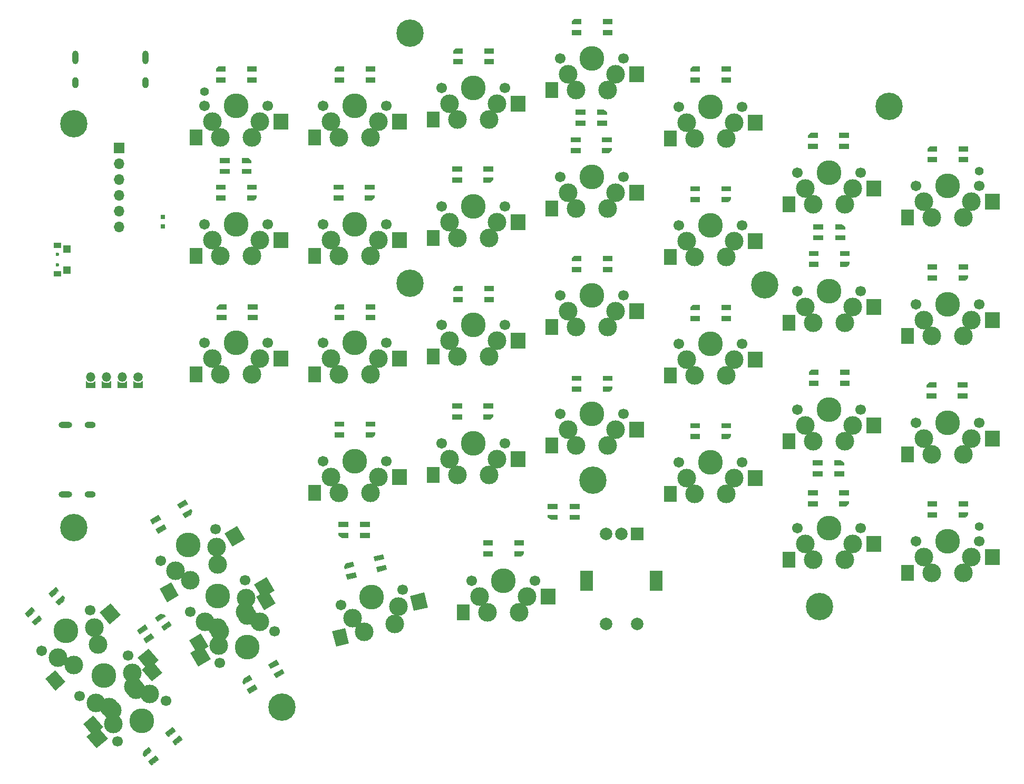
<source format=gbr>
G04 #@! TF.GenerationSoftware,KiCad,Pcbnew,5.1.9-73d0e3b20d~88~ubuntu20.10.1*
G04 #@! TF.CreationDate,2021-01-21T00:27:48+01:00*
G04 #@! TF.ProjectId,YAEMK,5941454d-4b2e-46b6-9963-61645f706362,1.2*
G04 #@! TF.SameCoordinates,Original*
G04 #@! TF.FileFunction,Soldermask,Bot*
G04 #@! TF.FilePolarity,Negative*
%FSLAX46Y46*%
G04 Gerber Fmt 4.6, Leading zero omitted, Abs format (unit mm)*
G04 Created by KiCad (PCBNEW 5.1.9-73d0e3b20d~88~ubuntu20.10.1) date 2021-01-21 00:27:48*
%MOMM*%
%LPD*%
G01*
G04 APERTURE LIST*
%ADD10C,0.100000*%
%ADD11R,1.300000X1.150000*%
%ADD12C,0.600000*%
%ADD13R,1.200000X0.900000*%
%ADD14R,0.797560X0.797560*%
%ADD15R,2.150000X2.500000*%
%ADD16R,2.350000X2.500000*%
%ADD17C,3.000000*%
%ADD18C,3.987800*%
%ADD19C,1.701800*%
%ADD20C,1.700000*%
%ADD21C,1.400000*%
%ADD22C,0.150000*%
%ADD23C,1.500000*%
%ADD24O,1.500000X1.500000*%
%ADD25C,0.700000*%
%ADD26C,4.400000*%
%ADD27R,2.000000X2.000000*%
%ADD28C,2.000000*%
%ADD29R,2.000000X3.200000*%
%ADD30O,1.800000X1.000000*%
%ADD31O,2.200000X1.000000*%
%ADD32O,1.000000X1.800000*%
%ADD33O,1.000000X2.200000*%
%ADD34O,1.700000X1.700000*%
%ADD35R,1.700000X1.700000*%
G04 APERTURE END LIST*
D10*
G04 #@! TO.C,D76*
G36*
X219230000Y-52613000D02*
G01*
X217730000Y-52613000D01*
X217730000Y-52288000D01*
X218130000Y-51863000D01*
X219230000Y-51863000D01*
X219230000Y-52613000D01*
G37*
X219230000Y-52613000D02*
X217730000Y-52613000D01*
X217730000Y-52288000D01*
X218130000Y-51863000D01*
X219230000Y-51863000D01*
X219230000Y-52613000D01*
G36*
X224230000Y-52613000D02*
G01*
X222730000Y-52613000D01*
X222730000Y-51863000D01*
X224230000Y-51863000D01*
X224230000Y-52613000D01*
G37*
X224230000Y-52613000D02*
X222730000Y-52613000D01*
X222730000Y-51863000D01*
X224230000Y-51863000D01*
X224230000Y-52613000D01*
G36*
X224230000Y-54363000D02*
G01*
X222730000Y-54363000D01*
X222730000Y-53613000D01*
X224230000Y-53613000D01*
X224230000Y-54363000D01*
G37*
X224230000Y-54363000D02*
X222730000Y-54363000D01*
X222730000Y-53613000D01*
X224230000Y-53613000D01*
X224230000Y-54363000D01*
G36*
X219230000Y-54363000D02*
G01*
X217730000Y-54363000D01*
X217730000Y-53613000D01*
X219230000Y-53613000D01*
X219230000Y-54363000D01*
G37*
X219230000Y-54363000D02*
X217730000Y-54363000D01*
X217730000Y-53613000D01*
X219230000Y-53613000D01*
X219230000Y-54363000D01*
G04 #@! TO.C,D75*
G36*
X200053000Y-50454000D02*
G01*
X198553000Y-50454000D01*
X198553000Y-50129000D01*
X198953000Y-49704000D01*
X200053000Y-49704000D01*
X200053000Y-50454000D01*
G37*
X200053000Y-50454000D02*
X198553000Y-50454000D01*
X198553000Y-50129000D01*
X198953000Y-49704000D01*
X200053000Y-49704000D01*
X200053000Y-50454000D01*
G36*
X205053000Y-50454000D02*
G01*
X203553000Y-50454000D01*
X203553000Y-49704000D01*
X205053000Y-49704000D01*
X205053000Y-50454000D01*
G37*
X205053000Y-50454000D02*
X203553000Y-50454000D01*
X203553000Y-49704000D01*
X205053000Y-49704000D01*
X205053000Y-50454000D01*
G36*
X205053000Y-52204000D02*
G01*
X203553000Y-52204000D01*
X203553000Y-51454000D01*
X205053000Y-51454000D01*
X205053000Y-52204000D01*
G37*
X205053000Y-52204000D02*
X203553000Y-52204000D01*
X203553000Y-51454000D01*
X205053000Y-51454000D01*
X205053000Y-52204000D01*
G36*
X200053000Y-52204000D02*
G01*
X198553000Y-52204000D01*
X198553000Y-51454000D01*
X200053000Y-51454000D01*
X200053000Y-52204000D01*
G37*
X200053000Y-52204000D02*
X198553000Y-52204000D01*
X198553000Y-51454000D01*
X200053000Y-51454000D01*
X200053000Y-52204000D01*
G04 #@! TO.C,D74*
G36*
X181130000Y-39786000D02*
G01*
X179630000Y-39786000D01*
X179630000Y-39461000D01*
X180030000Y-39036000D01*
X181130000Y-39036000D01*
X181130000Y-39786000D01*
G37*
X181130000Y-39786000D02*
X179630000Y-39786000D01*
X179630000Y-39461000D01*
X180030000Y-39036000D01*
X181130000Y-39036000D01*
X181130000Y-39786000D01*
G36*
X186130000Y-39786000D02*
G01*
X184630000Y-39786000D01*
X184630000Y-39036000D01*
X186130000Y-39036000D01*
X186130000Y-39786000D01*
G37*
X186130000Y-39786000D02*
X184630000Y-39786000D01*
X184630000Y-39036000D01*
X186130000Y-39036000D01*
X186130000Y-39786000D01*
G36*
X186130000Y-41536000D02*
G01*
X184630000Y-41536000D01*
X184630000Y-40786000D01*
X186130000Y-40786000D01*
X186130000Y-41536000D01*
G37*
X186130000Y-41536000D02*
X184630000Y-41536000D01*
X184630000Y-40786000D01*
X186130000Y-40786000D01*
X186130000Y-41536000D01*
G36*
X181130000Y-41536000D02*
G01*
X179630000Y-41536000D01*
X179630000Y-40786000D01*
X181130000Y-40786000D01*
X181130000Y-41536000D01*
G37*
X181130000Y-41536000D02*
X179630000Y-41536000D01*
X179630000Y-40786000D01*
X181130000Y-40786000D01*
X181130000Y-41536000D01*
G04 #@! TO.C,D73*
G36*
X162080000Y-32166000D02*
G01*
X160580000Y-32166000D01*
X160580000Y-31841000D01*
X160980000Y-31416000D01*
X162080000Y-31416000D01*
X162080000Y-32166000D01*
G37*
X162080000Y-32166000D02*
X160580000Y-32166000D01*
X160580000Y-31841000D01*
X160980000Y-31416000D01*
X162080000Y-31416000D01*
X162080000Y-32166000D01*
G36*
X167080000Y-32166000D02*
G01*
X165580000Y-32166000D01*
X165580000Y-31416000D01*
X167080000Y-31416000D01*
X167080000Y-32166000D01*
G37*
X167080000Y-32166000D02*
X165580000Y-32166000D01*
X165580000Y-31416000D01*
X167080000Y-31416000D01*
X167080000Y-32166000D01*
G36*
X167080000Y-33916000D02*
G01*
X165580000Y-33916000D01*
X165580000Y-33166000D01*
X167080000Y-33166000D01*
X167080000Y-33916000D01*
G37*
X167080000Y-33916000D02*
X165580000Y-33916000D01*
X165580000Y-33166000D01*
X167080000Y-33166000D01*
X167080000Y-33916000D01*
G36*
X162080000Y-33916000D02*
G01*
X160580000Y-33916000D01*
X160580000Y-33166000D01*
X162080000Y-33166000D01*
X162080000Y-33916000D01*
G37*
X162080000Y-33916000D02*
X160580000Y-33916000D01*
X160580000Y-33166000D01*
X162080000Y-33166000D01*
X162080000Y-33916000D01*
G04 #@! TO.C,D72*
G36*
X143030000Y-36865000D02*
G01*
X141530000Y-36865000D01*
X141530000Y-36540000D01*
X141930000Y-36115000D01*
X143030000Y-36115000D01*
X143030000Y-36865000D01*
G37*
X143030000Y-36865000D02*
X141530000Y-36865000D01*
X141530000Y-36540000D01*
X141930000Y-36115000D01*
X143030000Y-36115000D01*
X143030000Y-36865000D01*
G36*
X148030000Y-36865000D02*
G01*
X146530000Y-36865000D01*
X146530000Y-36115000D01*
X148030000Y-36115000D01*
X148030000Y-36865000D01*
G37*
X148030000Y-36865000D02*
X146530000Y-36865000D01*
X146530000Y-36115000D01*
X148030000Y-36115000D01*
X148030000Y-36865000D01*
G36*
X148030000Y-38615000D02*
G01*
X146530000Y-38615000D01*
X146530000Y-37865000D01*
X148030000Y-37865000D01*
X148030000Y-38615000D01*
G37*
X148030000Y-38615000D02*
X146530000Y-38615000D01*
X146530000Y-37865000D01*
X148030000Y-37865000D01*
X148030000Y-38615000D01*
G36*
X143030000Y-38615000D02*
G01*
X141530000Y-38615000D01*
X141530000Y-37865000D01*
X143030000Y-37865000D01*
X143030000Y-38615000D01*
G37*
X143030000Y-38615000D02*
X141530000Y-38615000D01*
X141530000Y-37865000D01*
X143030000Y-37865000D01*
X143030000Y-38615000D01*
G04 #@! TO.C,D71*
G36*
X123980000Y-39786000D02*
G01*
X122480000Y-39786000D01*
X122480000Y-39461000D01*
X122880000Y-39036000D01*
X123980000Y-39036000D01*
X123980000Y-39786000D01*
G37*
X123980000Y-39786000D02*
X122480000Y-39786000D01*
X122480000Y-39461000D01*
X122880000Y-39036000D01*
X123980000Y-39036000D01*
X123980000Y-39786000D01*
G36*
X128980000Y-39786000D02*
G01*
X127480000Y-39786000D01*
X127480000Y-39036000D01*
X128980000Y-39036000D01*
X128980000Y-39786000D01*
G37*
X128980000Y-39786000D02*
X127480000Y-39786000D01*
X127480000Y-39036000D01*
X128980000Y-39036000D01*
X128980000Y-39786000D01*
G36*
X128980000Y-41536000D02*
G01*
X127480000Y-41536000D01*
X127480000Y-40786000D01*
X128980000Y-40786000D01*
X128980000Y-41536000D01*
G37*
X128980000Y-41536000D02*
X127480000Y-41536000D01*
X127480000Y-40786000D01*
X128980000Y-40786000D01*
X128980000Y-41536000D01*
G36*
X123980000Y-41536000D02*
G01*
X122480000Y-41536000D01*
X122480000Y-40786000D01*
X123980000Y-40786000D01*
X123980000Y-41536000D01*
G37*
X123980000Y-41536000D02*
X122480000Y-41536000D01*
X122480000Y-40786000D01*
X123980000Y-40786000D01*
X123980000Y-41536000D01*
G04 #@! TO.C,D67*
G36*
X104930000Y-39786000D02*
G01*
X103430000Y-39786000D01*
X103430000Y-39461000D01*
X103830000Y-39036000D01*
X104930000Y-39036000D01*
X104930000Y-39786000D01*
G37*
X104930000Y-39786000D02*
X103430000Y-39786000D01*
X103430000Y-39461000D01*
X103830000Y-39036000D01*
X104930000Y-39036000D01*
X104930000Y-39786000D01*
G36*
X109930000Y-39786000D02*
G01*
X108430000Y-39786000D01*
X108430000Y-39036000D01*
X109930000Y-39036000D01*
X109930000Y-39786000D01*
G37*
X109930000Y-39786000D02*
X108430000Y-39786000D01*
X108430000Y-39036000D01*
X109930000Y-39036000D01*
X109930000Y-39786000D01*
G36*
X109930000Y-41536000D02*
G01*
X108430000Y-41536000D01*
X108430000Y-40786000D01*
X109930000Y-40786000D01*
X109930000Y-41536000D01*
G37*
X109930000Y-41536000D02*
X108430000Y-41536000D01*
X108430000Y-40786000D01*
X109930000Y-40786000D01*
X109930000Y-41536000D01*
G36*
X104930000Y-41536000D02*
G01*
X103430000Y-41536000D01*
X103430000Y-40786000D01*
X104930000Y-40786000D01*
X104930000Y-41536000D01*
G37*
X104930000Y-41536000D02*
X103430000Y-41536000D01*
X103430000Y-40786000D01*
X104930000Y-40786000D01*
X104930000Y-41536000D01*
G04 #@! TO.C,D66*
G36*
X108430000Y-59782000D02*
G01*
X109930000Y-59782000D01*
X109930000Y-60107000D01*
X109530000Y-60532000D01*
X108430000Y-60532000D01*
X108430000Y-59782000D01*
G37*
X108430000Y-59782000D02*
X109930000Y-59782000D01*
X109930000Y-60107000D01*
X109530000Y-60532000D01*
X108430000Y-60532000D01*
X108430000Y-59782000D01*
G36*
X103430000Y-59782000D02*
G01*
X104930000Y-59782000D01*
X104930000Y-60532000D01*
X103430000Y-60532000D01*
X103430000Y-59782000D01*
G37*
X103430000Y-59782000D02*
X104930000Y-59782000D01*
X104930000Y-60532000D01*
X103430000Y-60532000D01*
X103430000Y-59782000D01*
G36*
X103430000Y-58032000D02*
G01*
X104930000Y-58032000D01*
X104930000Y-58782000D01*
X103430000Y-58782000D01*
X103430000Y-58032000D01*
G37*
X103430000Y-58032000D02*
X104930000Y-58032000D01*
X104930000Y-58782000D01*
X103430000Y-58782000D01*
X103430000Y-58032000D01*
G36*
X108430000Y-58032000D02*
G01*
X109930000Y-58032000D01*
X109930000Y-58782000D01*
X108430000Y-58782000D01*
X108430000Y-58032000D01*
G37*
X108430000Y-58032000D02*
X109930000Y-58032000D01*
X109930000Y-58782000D01*
X108430000Y-58782000D01*
X108430000Y-58032000D01*
G04 #@! TO.C,D64*
G36*
X127353000Y-59782000D02*
G01*
X128853000Y-59782000D01*
X128853000Y-60107000D01*
X128453000Y-60532000D01*
X127353000Y-60532000D01*
X127353000Y-59782000D01*
G37*
X127353000Y-59782000D02*
X128853000Y-59782000D01*
X128853000Y-60107000D01*
X128453000Y-60532000D01*
X127353000Y-60532000D01*
X127353000Y-59782000D01*
G36*
X122353000Y-59782000D02*
G01*
X123853000Y-59782000D01*
X123853000Y-60532000D01*
X122353000Y-60532000D01*
X122353000Y-59782000D01*
G37*
X122353000Y-59782000D02*
X123853000Y-59782000D01*
X123853000Y-60532000D01*
X122353000Y-60532000D01*
X122353000Y-59782000D01*
G36*
X122353000Y-58032000D02*
G01*
X123853000Y-58032000D01*
X123853000Y-58782000D01*
X122353000Y-58782000D01*
X122353000Y-58032000D01*
G37*
X122353000Y-58032000D02*
X123853000Y-58032000D01*
X123853000Y-58782000D01*
X122353000Y-58782000D01*
X122353000Y-58032000D01*
G36*
X127353000Y-58032000D02*
G01*
X128853000Y-58032000D01*
X128853000Y-58782000D01*
X127353000Y-58782000D01*
X127353000Y-58032000D01*
G37*
X127353000Y-58032000D02*
X128853000Y-58032000D01*
X128853000Y-58782000D01*
X127353000Y-58782000D01*
X127353000Y-58032000D01*
G04 #@! TO.C,D63*
G36*
X146403000Y-56861000D02*
G01*
X147903000Y-56861000D01*
X147903000Y-57186000D01*
X147503000Y-57611000D01*
X146403000Y-57611000D01*
X146403000Y-56861000D01*
G37*
X146403000Y-56861000D02*
X147903000Y-56861000D01*
X147903000Y-57186000D01*
X147503000Y-57611000D01*
X146403000Y-57611000D01*
X146403000Y-56861000D01*
G36*
X141403000Y-56861000D02*
G01*
X142903000Y-56861000D01*
X142903000Y-57611000D01*
X141403000Y-57611000D01*
X141403000Y-56861000D01*
G37*
X141403000Y-56861000D02*
X142903000Y-56861000D01*
X142903000Y-57611000D01*
X141403000Y-57611000D01*
X141403000Y-56861000D01*
G36*
X141403000Y-55111000D02*
G01*
X142903000Y-55111000D01*
X142903000Y-55861000D01*
X141403000Y-55861000D01*
X141403000Y-55111000D01*
G37*
X141403000Y-55111000D02*
X142903000Y-55111000D01*
X142903000Y-55861000D01*
X141403000Y-55861000D01*
X141403000Y-55111000D01*
G36*
X146403000Y-55111000D02*
G01*
X147903000Y-55111000D01*
X147903000Y-55861000D01*
X146403000Y-55861000D01*
X146403000Y-55111000D01*
G37*
X146403000Y-55111000D02*
X147903000Y-55111000D01*
X147903000Y-55861000D01*
X146403000Y-55861000D01*
X146403000Y-55111000D01*
G04 #@! TO.C,D61*
G36*
X165453000Y-52162000D02*
G01*
X166953000Y-52162000D01*
X166953000Y-52487000D01*
X166553000Y-52912000D01*
X165453000Y-52912000D01*
X165453000Y-52162000D01*
G37*
X165453000Y-52162000D02*
X166953000Y-52162000D01*
X166953000Y-52487000D01*
X166553000Y-52912000D01*
X165453000Y-52912000D01*
X165453000Y-52162000D01*
G36*
X160453000Y-52162000D02*
G01*
X161953000Y-52162000D01*
X161953000Y-52912000D01*
X160453000Y-52912000D01*
X160453000Y-52162000D01*
G37*
X160453000Y-52162000D02*
X161953000Y-52162000D01*
X161953000Y-52912000D01*
X160453000Y-52912000D01*
X160453000Y-52162000D01*
G36*
X160453000Y-50412000D02*
G01*
X161953000Y-50412000D01*
X161953000Y-51162000D01*
X160453000Y-51162000D01*
X160453000Y-50412000D01*
G37*
X160453000Y-50412000D02*
X161953000Y-50412000D01*
X161953000Y-51162000D01*
X160453000Y-51162000D01*
X160453000Y-50412000D01*
G36*
X165453000Y-50412000D02*
G01*
X166953000Y-50412000D01*
X166953000Y-51162000D01*
X165453000Y-51162000D01*
X165453000Y-50412000D01*
G37*
X165453000Y-50412000D02*
X166953000Y-50412000D01*
X166953000Y-51162000D01*
X165453000Y-51162000D01*
X165453000Y-50412000D01*
G04 #@! TO.C,D60*
G36*
X184630000Y-60036000D02*
G01*
X186130000Y-60036000D01*
X186130000Y-60361000D01*
X185730000Y-60786000D01*
X184630000Y-60786000D01*
X184630000Y-60036000D01*
G37*
X184630000Y-60036000D02*
X186130000Y-60036000D01*
X186130000Y-60361000D01*
X185730000Y-60786000D01*
X184630000Y-60786000D01*
X184630000Y-60036000D01*
G36*
X179630000Y-60036000D02*
G01*
X181130000Y-60036000D01*
X181130000Y-60786000D01*
X179630000Y-60786000D01*
X179630000Y-60036000D01*
G37*
X179630000Y-60036000D02*
X181130000Y-60036000D01*
X181130000Y-60786000D01*
X179630000Y-60786000D01*
X179630000Y-60036000D01*
G36*
X179630000Y-58286000D02*
G01*
X181130000Y-58286000D01*
X181130000Y-59036000D01*
X179630000Y-59036000D01*
X179630000Y-58286000D01*
G37*
X179630000Y-58286000D02*
X181130000Y-58286000D01*
X181130000Y-59036000D01*
X179630000Y-59036000D01*
X179630000Y-58286000D01*
G36*
X184630000Y-58286000D02*
G01*
X186130000Y-58286000D01*
X186130000Y-59036000D01*
X184630000Y-59036000D01*
X184630000Y-58286000D01*
G37*
X184630000Y-58286000D02*
X186130000Y-58286000D01*
X186130000Y-59036000D01*
X184630000Y-59036000D01*
X184630000Y-58286000D01*
G04 #@! TO.C,D58*
G36*
X203680000Y-70450000D02*
G01*
X205180000Y-70450000D01*
X205180000Y-70775000D01*
X204780000Y-71200000D01*
X203680000Y-71200000D01*
X203680000Y-70450000D01*
G37*
X203680000Y-70450000D02*
X205180000Y-70450000D01*
X205180000Y-70775000D01*
X204780000Y-71200000D01*
X203680000Y-71200000D01*
X203680000Y-70450000D01*
G36*
X198680000Y-70450000D02*
G01*
X200180000Y-70450000D01*
X200180000Y-71200000D01*
X198680000Y-71200000D01*
X198680000Y-70450000D01*
G37*
X198680000Y-70450000D02*
X200180000Y-70450000D01*
X200180000Y-71200000D01*
X198680000Y-71200000D01*
X198680000Y-70450000D01*
G36*
X198680000Y-68700000D02*
G01*
X200180000Y-68700000D01*
X200180000Y-69450000D01*
X198680000Y-69450000D01*
X198680000Y-68700000D01*
G37*
X198680000Y-68700000D02*
X200180000Y-68700000D01*
X200180000Y-69450000D01*
X198680000Y-69450000D01*
X198680000Y-68700000D01*
G36*
X203680000Y-68700000D02*
G01*
X205180000Y-68700000D01*
X205180000Y-69450000D01*
X203680000Y-69450000D01*
X203680000Y-68700000D01*
G37*
X203680000Y-68700000D02*
X205180000Y-68700000D01*
X205180000Y-69450000D01*
X203680000Y-69450000D01*
X203680000Y-68700000D01*
G04 #@! TO.C,D57*
G36*
X222730000Y-72609000D02*
G01*
X224230000Y-72609000D01*
X224230000Y-72934000D01*
X223830000Y-73359000D01*
X222730000Y-73359000D01*
X222730000Y-72609000D01*
G37*
X222730000Y-72609000D02*
X224230000Y-72609000D01*
X224230000Y-72934000D01*
X223830000Y-73359000D01*
X222730000Y-73359000D01*
X222730000Y-72609000D01*
G36*
X217730000Y-72609000D02*
G01*
X219230000Y-72609000D01*
X219230000Y-73359000D01*
X217730000Y-73359000D01*
X217730000Y-72609000D01*
G37*
X217730000Y-72609000D02*
X219230000Y-72609000D01*
X219230000Y-73359000D01*
X217730000Y-73359000D01*
X217730000Y-72609000D01*
G36*
X217730000Y-70859000D02*
G01*
X219230000Y-70859000D01*
X219230000Y-71609000D01*
X217730000Y-71609000D01*
X217730000Y-70859000D01*
G37*
X217730000Y-70859000D02*
X219230000Y-70859000D01*
X219230000Y-71609000D01*
X217730000Y-71609000D01*
X217730000Y-70859000D01*
G36*
X222730000Y-70859000D02*
G01*
X224230000Y-70859000D01*
X224230000Y-71609000D01*
X222730000Y-71609000D01*
X222730000Y-70859000D01*
G37*
X222730000Y-70859000D02*
X224230000Y-70859000D01*
X224230000Y-71609000D01*
X222730000Y-71609000D01*
X222730000Y-70859000D01*
G04 #@! TO.C,D56*
G36*
X219103000Y-90586000D02*
G01*
X217603000Y-90586000D01*
X217603000Y-90261000D01*
X218003000Y-89836000D01*
X219103000Y-89836000D01*
X219103000Y-90586000D01*
G37*
X219103000Y-90586000D02*
X217603000Y-90586000D01*
X217603000Y-90261000D01*
X218003000Y-89836000D01*
X219103000Y-89836000D01*
X219103000Y-90586000D01*
G36*
X224103000Y-90586000D02*
G01*
X222603000Y-90586000D01*
X222603000Y-89836000D01*
X224103000Y-89836000D01*
X224103000Y-90586000D01*
G37*
X224103000Y-90586000D02*
X222603000Y-90586000D01*
X222603000Y-89836000D01*
X224103000Y-89836000D01*
X224103000Y-90586000D01*
G36*
X224103000Y-92336000D02*
G01*
X222603000Y-92336000D01*
X222603000Y-91586000D01*
X224103000Y-91586000D01*
X224103000Y-92336000D01*
G37*
X224103000Y-92336000D02*
X222603000Y-92336000D01*
X222603000Y-91586000D01*
X224103000Y-91586000D01*
X224103000Y-92336000D01*
G36*
X219103000Y-92336000D02*
G01*
X217603000Y-92336000D01*
X217603000Y-91586000D01*
X219103000Y-91586000D01*
X219103000Y-92336000D01*
G37*
X219103000Y-92336000D02*
X217603000Y-92336000D01*
X217603000Y-91586000D01*
X219103000Y-91586000D01*
X219103000Y-92336000D01*
G04 #@! TO.C,D55*
G36*
X200180000Y-88554000D02*
G01*
X198680000Y-88554000D01*
X198680000Y-88229000D01*
X199080000Y-87804000D01*
X200180000Y-87804000D01*
X200180000Y-88554000D01*
G37*
X200180000Y-88554000D02*
X198680000Y-88554000D01*
X198680000Y-88229000D01*
X199080000Y-87804000D01*
X200180000Y-87804000D01*
X200180000Y-88554000D01*
G36*
X205180000Y-88554000D02*
G01*
X203680000Y-88554000D01*
X203680000Y-87804000D01*
X205180000Y-87804000D01*
X205180000Y-88554000D01*
G37*
X205180000Y-88554000D02*
X203680000Y-88554000D01*
X203680000Y-87804000D01*
X205180000Y-87804000D01*
X205180000Y-88554000D01*
G36*
X205180000Y-90304000D02*
G01*
X203680000Y-90304000D01*
X203680000Y-89554000D01*
X205180000Y-89554000D01*
X205180000Y-90304000D01*
G37*
X205180000Y-90304000D02*
X203680000Y-90304000D01*
X203680000Y-89554000D01*
X205180000Y-89554000D01*
X205180000Y-90304000D01*
G36*
X200180000Y-90304000D02*
G01*
X198680000Y-90304000D01*
X198680000Y-89554000D01*
X200180000Y-89554000D01*
X200180000Y-90304000D01*
G37*
X200180000Y-90304000D02*
X198680000Y-90304000D01*
X198680000Y-89554000D01*
X200180000Y-89554000D01*
X200180000Y-90304000D01*
G04 #@! TO.C,D54*
G36*
X181130000Y-78140000D02*
G01*
X179630000Y-78140000D01*
X179630000Y-77815000D01*
X180030000Y-77390000D01*
X181130000Y-77390000D01*
X181130000Y-78140000D01*
G37*
X181130000Y-78140000D02*
X179630000Y-78140000D01*
X179630000Y-77815000D01*
X180030000Y-77390000D01*
X181130000Y-77390000D01*
X181130000Y-78140000D01*
G36*
X186130000Y-78140000D02*
G01*
X184630000Y-78140000D01*
X184630000Y-77390000D01*
X186130000Y-77390000D01*
X186130000Y-78140000D01*
G37*
X186130000Y-78140000D02*
X184630000Y-78140000D01*
X184630000Y-77390000D01*
X186130000Y-77390000D01*
X186130000Y-78140000D01*
G36*
X186130000Y-79890000D02*
G01*
X184630000Y-79890000D01*
X184630000Y-79140000D01*
X186130000Y-79140000D01*
X186130000Y-79890000D01*
G37*
X186130000Y-79890000D02*
X184630000Y-79890000D01*
X184630000Y-79140000D01*
X186130000Y-79140000D01*
X186130000Y-79890000D01*
G36*
X181130000Y-79890000D02*
G01*
X179630000Y-79890000D01*
X179630000Y-79140000D01*
X181130000Y-79140000D01*
X181130000Y-79890000D01*
G37*
X181130000Y-79890000D02*
X179630000Y-79890000D01*
X179630000Y-79140000D01*
X181130000Y-79140000D01*
X181130000Y-79890000D01*
G04 #@! TO.C,D53*
G36*
X162080000Y-70266000D02*
G01*
X160580000Y-70266000D01*
X160580000Y-69941000D01*
X160980000Y-69516000D01*
X162080000Y-69516000D01*
X162080000Y-70266000D01*
G37*
X162080000Y-70266000D02*
X160580000Y-70266000D01*
X160580000Y-69941000D01*
X160980000Y-69516000D01*
X162080000Y-69516000D01*
X162080000Y-70266000D01*
G36*
X167080000Y-70266000D02*
G01*
X165580000Y-70266000D01*
X165580000Y-69516000D01*
X167080000Y-69516000D01*
X167080000Y-70266000D01*
G37*
X167080000Y-70266000D02*
X165580000Y-70266000D01*
X165580000Y-69516000D01*
X167080000Y-69516000D01*
X167080000Y-70266000D01*
G36*
X167080000Y-72016000D02*
G01*
X165580000Y-72016000D01*
X165580000Y-71266000D01*
X167080000Y-71266000D01*
X167080000Y-72016000D01*
G37*
X167080000Y-72016000D02*
X165580000Y-72016000D01*
X165580000Y-71266000D01*
X167080000Y-71266000D01*
X167080000Y-72016000D01*
G36*
X162080000Y-72016000D02*
G01*
X160580000Y-72016000D01*
X160580000Y-71266000D01*
X162080000Y-71266000D01*
X162080000Y-72016000D01*
G37*
X162080000Y-72016000D02*
X160580000Y-72016000D01*
X160580000Y-71266000D01*
X162080000Y-71266000D01*
X162080000Y-72016000D01*
G04 #@! TO.C,D52*
G36*
X143030000Y-75092000D02*
G01*
X141530000Y-75092000D01*
X141530000Y-74767000D01*
X141930000Y-74342000D01*
X143030000Y-74342000D01*
X143030000Y-75092000D01*
G37*
X143030000Y-75092000D02*
X141530000Y-75092000D01*
X141530000Y-74767000D01*
X141930000Y-74342000D01*
X143030000Y-74342000D01*
X143030000Y-75092000D01*
G36*
X148030000Y-75092000D02*
G01*
X146530000Y-75092000D01*
X146530000Y-74342000D01*
X148030000Y-74342000D01*
X148030000Y-75092000D01*
G37*
X148030000Y-75092000D02*
X146530000Y-75092000D01*
X146530000Y-74342000D01*
X148030000Y-74342000D01*
X148030000Y-75092000D01*
G36*
X148030000Y-76842000D02*
G01*
X146530000Y-76842000D01*
X146530000Y-76092000D01*
X148030000Y-76092000D01*
X148030000Y-76842000D01*
G37*
X148030000Y-76842000D02*
X146530000Y-76842000D01*
X146530000Y-76092000D01*
X148030000Y-76092000D01*
X148030000Y-76842000D01*
G36*
X143030000Y-76842000D02*
G01*
X141530000Y-76842000D01*
X141530000Y-76092000D01*
X143030000Y-76092000D01*
X143030000Y-76842000D01*
G37*
X143030000Y-76842000D02*
X141530000Y-76842000D01*
X141530000Y-76092000D01*
X143030000Y-76092000D01*
X143030000Y-76842000D01*
G04 #@! TO.C,D51*
G36*
X123980000Y-78013000D02*
G01*
X122480000Y-78013000D01*
X122480000Y-77688000D01*
X122880000Y-77263000D01*
X123980000Y-77263000D01*
X123980000Y-78013000D01*
G37*
X123980000Y-78013000D02*
X122480000Y-78013000D01*
X122480000Y-77688000D01*
X122880000Y-77263000D01*
X123980000Y-77263000D01*
X123980000Y-78013000D01*
G36*
X128980000Y-78013000D02*
G01*
X127480000Y-78013000D01*
X127480000Y-77263000D01*
X128980000Y-77263000D01*
X128980000Y-78013000D01*
G37*
X128980000Y-78013000D02*
X127480000Y-78013000D01*
X127480000Y-77263000D01*
X128980000Y-77263000D01*
X128980000Y-78013000D01*
G36*
X128980000Y-79763000D02*
G01*
X127480000Y-79763000D01*
X127480000Y-79013000D01*
X128980000Y-79013000D01*
X128980000Y-79763000D01*
G37*
X128980000Y-79763000D02*
X127480000Y-79763000D01*
X127480000Y-79013000D01*
X128980000Y-79013000D01*
X128980000Y-79763000D01*
G36*
X123980000Y-79763000D02*
G01*
X122480000Y-79763000D01*
X122480000Y-79013000D01*
X123980000Y-79013000D01*
X123980000Y-79763000D01*
G37*
X123980000Y-79763000D02*
X122480000Y-79763000D01*
X122480000Y-79013000D01*
X123980000Y-79013000D01*
X123980000Y-79763000D01*
G04 #@! TO.C,D50*
G36*
X105057000Y-78013000D02*
G01*
X103557000Y-78013000D01*
X103557000Y-77688000D01*
X103957000Y-77263000D01*
X105057000Y-77263000D01*
X105057000Y-78013000D01*
G37*
X105057000Y-78013000D02*
X103557000Y-78013000D01*
X103557000Y-77688000D01*
X103957000Y-77263000D01*
X105057000Y-77263000D01*
X105057000Y-78013000D01*
G36*
X110057000Y-78013000D02*
G01*
X108557000Y-78013000D01*
X108557000Y-77263000D01*
X110057000Y-77263000D01*
X110057000Y-78013000D01*
G37*
X110057000Y-78013000D02*
X108557000Y-78013000D01*
X108557000Y-77263000D01*
X110057000Y-77263000D01*
X110057000Y-78013000D01*
G36*
X110057000Y-79763000D02*
G01*
X108557000Y-79763000D01*
X108557000Y-79013000D01*
X110057000Y-79013000D01*
X110057000Y-79763000D01*
G37*
X110057000Y-79763000D02*
X108557000Y-79763000D01*
X108557000Y-79013000D01*
X110057000Y-79013000D01*
X110057000Y-79763000D01*
G36*
X105057000Y-79763000D02*
G01*
X103557000Y-79763000D01*
X103557000Y-79013000D01*
X105057000Y-79013000D01*
X105057000Y-79763000D01*
G37*
X105057000Y-79763000D02*
X103557000Y-79763000D01*
X103557000Y-79013000D01*
X105057000Y-79013000D01*
X105057000Y-79763000D01*
G04 #@! TO.C,D49*
G36*
X127480000Y-97882000D02*
G01*
X128980000Y-97882000D01*
X128980000Y-98207000D01*
X128580000Y-98632000D01*
X127480000Y-98632000D01*
X127480000Y-97882000D01*
G37*
X127480000Y-97882000D02*
X128980000Y-97882000D01*
X128980000Y-98207000D01*
X128580000Y-98632000D01*
X127480000Y-98632000D01*
X127480000Y-97882000D01*
G36*
X122480000Y-97882000D02*
G01*
X123980000Y-97882000D01*
X123980000Y-98632000D01*
X122480000Y-98632000D01*
X122480000Y-97882000D01*
G37*
X122480000Y-97882000D02*
X123980000Y-97882000D01*
X123980000Y-98632000D01*
X122480000Y-98632000D01*
X122480000Y-97882000D01*
G36*
X122480000Y-96132000D02*
G01*
X123980000Y-96132000D01*
X123980000Y-96882000D01*
X122480000Y-96882000D01*
X122480000Y-96132000D01*
G37*
X122480000Y-96132000D02*
X123980000Y-96132000D01*
X123980000Y-96882000D01*
X122480000Y-96882000D01*
X122480000Y-96132000D01*
G36*
X127480000Y-96132000D02*
G01*
X128980000Y-96132000D01*
X128980000Y-96882000D01*
X127480000Y-96882000D01*
X127480000Y-96132000D01*
G37*
X127480000Y-96132000D02*
X128980000Y-96132000D01*
X128980000Y-96882000D01*
X127480000Y-96882000D01*
X127480000Y-96132000D01*
G04 #@! TO.C,D48*
G36*
X146403000Y-94961000D02*
G01*
X147903000Y-94961000D01*
X147903000Y-95286000D01*
X147503000Y-95711000D01*
X146403000Y-95711000D01*
X146403000Y-94961000D01*
G37*
X146403000Y-94961000D02*
X147903000Y-94961000D01*
X147903000Y-95286000D01*
X147503000Y-95711000D01*
X146403000Y-95711000D01*
X146403000Y-94961000D01*
G36*
X141403000Y-94961000D02*
G01*
X142903000Y-94961000D01*
X142903000Y-95711000D01*
X141403000Y-95711000D01*
X141403000Y-94961000D01*
G37*
X141403000Y-94961000D02*
X142903000Y-94961000D01*
X142903000Y-95711000D01*
X141403000Y-95711000D01*
X141403000Y-94961000D01*
G36*
X141403000Y-93211000D02*
G01*
X142903000Y-93211000D01*
X142903000Y-93961000D01*
X141403000Y-93961000D01*
X141403000Y-93211000D01*
G37*
X141403000Y-93211000D02*
X142903000Y-93211000D01*
X142903000Y-93961000D01*
X141403000Y-93961000D01*
X141403000Y-93211000D01*
G36*
X146403000Y-93211000D02*
G01*
X147903000Y-93211000D01*
X147903000Y-93961000D01*
X146403000Y-93961000D01*
X146403000Y-93211000D01*
G37*
X146403000Y-93211000D02*
X147903000Y-93211000D01*
X147903000Y-93961000D01*
X146403000Y-93961000D01*
X146403000Y-93211000D01*
G04 #@! TO.C,D47*
G36*
X165580000Y-90516000D02*
G01*
X167080000Y-90516000D01*
X167080000Y-90841000D01*
X166680000Y-91266000D01*
X165580000Y-91266000D01*
X165580000Y-90516000D01*
G37*
X165580000Y-90516000D02*
X167080000Y-90516000D01*
X167080000Y-90841000D01*
X166680000Y-91266000D01*
X165580000Y-91266000D01*
X165580000Y-90516000D01*
G36*
X160580000Y-90516000D02*
G01*
X162080000Y-90516000D01*
X162080000Y-91266000D01*
X160580000Y-91266000D01*
X160580000Y-90516000D01*
G37*
X160580000Y-90516000D02*
X162080000Y-90516000D01*
X162080000Y-91266000D01*
X160580000Y-91266000D01*
X160580000Y-90516000D01*
G36*
X160580000Y-88766000D02*
G01*
X162080000Y-88766000D01*
X162080000Y-89516000D01*
X160580000Y-89516000D01*
X160580000Y-88766000D01*
G37*
X160580000Y-88766000D02*
X162080000Y-88766000D01*
X162080000Y-89516000D01*
X160580000Y-89516000D01*
X160580000Y-88766000D01*
G36*
X165580000Y-88766000D02*
G01*
X167080000Y-88766000D01*
X167080000Y-89516000D01*
X165580000Y-89516000D01*
X165580000Y-88766000D01*
G37*
X165580000Y-88766000D02*
X167080000Y-88766000D01*
X167080000Y-89516000D01*
X165580000Y-89516000D01*
X165580000Y-88766000D01*
G04 #@! TO.C,D46*
G36*
X222730000Y-110709000D02*
G01*
X224230000Y-110709000D01*
X224230000Y-111034000D01*
X223830000Y-111459000D01*
X222730000Y-111459000D01*
X222730000Y-110709000D01*
G37*
X222730000Y-110709000D02*
X224230000Y-110709000D01*
X224230000Y-111034000D01*
X223830000Y-111459000D01*
X222730000Y-111459000D01*
X222730000Y-110709000D01*
G36*
X217730000Y-110709000D02*
G01*
X219230000Y-110709000D01*
X219230000Y-111459000D01*
X217730000Y-111459000D01*
X217730000Y-110709000D01*
G37*
X217730000Y-110709000D02*
X219230000Y-110709000D01*
X219230000Y-111459000D01*
X217730000Y-111459000D01*
X217730000Y-110709000D01*
G36*
X217730000Y-108959000D02*
G01*
X219230000Y-108959000D01*
X219230000Y-109709000D01*
X217730000Y-109709000D01*
X217730000Y-108959000D01*
G37*
X217730000Y-108959000D02*
X219230000Y-108959000D01*
X219230000Y-109709000D01*
X217730000Y-109709000D01*
X217730000Y-108959000D01*
G36*
X222730000Y-108959000D02*
G01*
X224230000Y-108959000D01*
X224230000Y-109709000D01*
X222730000Y-109709000D01*
X222730000Y-108959000D01*
G37*
X222730000Y-108959000D02*
X224230000Y-108959000D01*
X224230000Y-109709000D01*
X222730000Y-109709000D01*
X222730000Y-108959000D01*
G04 #@! TO.C,D45*
G36*
X184630000Y-98136000D02*
G01*
X186130000Y-98136000D01*
X186130000Y-98461000D01*
X185730000Y-98886000D01*
X184630000Y-98886000D01*
X184630000Y-98136000D01*
G37*
X184630000Y-98136000D02*
X186130000Y-98136000D01*
X186130000Y-98461000D01*
X185730000Y-98886000D01*
X184630000Y-98886000D01*
X184630000Y-98136000D01*
G36*
X179630000Y-98136000D02*
G01*
X181130000Y-98136000D01*
X181130000Y-98886000D01*
X179630000Y-98886000D01*
X179630000Y-98136000D01*
G37*
X179630000Y-98136000D02*
X181130000Y-98136000D01*
X181130000Y-98886000D01*
X179630000Y-98886000D01*
X179630000Y-98136000D01*
G36*
X179630000Y-96386000D02*
G01*
X181130000Y-96386000D01*
X181130000Y-97136000D01*
X179630000Y-97136000D01*
X179630000Y-96386000D01*
G37*
X179630000Y-96386000D02*
X181130000Y-96386000D01*
X181130000Y-97136000D01*
X179630000Y-97136000D01*
X179630000Y-96386000D01*
G36*
X184630000Y-96386000D02*
G01*
X186130000Y-96386000D01*
X186130000Y-97136000D01*
X184630000Y-97136000D01*
X184630000Y-96386000D01*
G37*
X184630000Y-96386000D02*
X186130000Y-96386000D01*
X186130000Y-97136000D01*
X184630000Y-97136000D01*
X184630000Y-96386000D01*
G04 #@! TO.C,D44*
G36*
X203553000Y-108931000D02*
G01*
X205053000Y-108931000D01*
X205053000Y-109256000D01*
X204653000Y-109681000D01*
X203553000Y-109681000D01*
X203553000Y-108931000D01*
G37*
X203553000Y-108931000D02*
X205053000Y-108931000D01*
X205053000Y-109256000D01*
X204653000Y-109681000D01*
X203553000Y-109681000D01*
X203553000Y-108931000D01*
G36*
X198553000Y-108931000D02*
G01*
X200053000Y-108931000D01*
X200053000Y-109681000D01*
X198553000Y-109681000D01*
X198553000Y-108931000D01*
G37*
X198553000Y-108931000D02*
X200053000Y-108931000D01*
X200053000Y-109681000D01*
X198553000Y-109681000D01*
X198553000Y-108931000D01*
G36*
X198553000Y-107181000D02*
G01*
X200053000Y-107181000D01*
X200053000Y-107931000D01*
X198553000Y-107931000D01*
X198553000Y-107181000D01*
G37*
X198553000Y-107181000D02*
X200053000Y-107181000D01*
X200053000Y-107931000D01*
X198553000Y-107931000D01*
X198553000Y-107181000D01*
G36*
X203553000Y-107181000D02*
G01*
X205053000Y-107181000D01*
X205053000Y-107931000D01*
X203553000Y-107931000D01*
X203553000Y-107181000D01*
G37*
X203553000Y-107181000D02*
X205053000Y-107181000D01*
X205053000Y-107931000D01*
X203553000Y-107931000D01*
X203553000Y-107181000D01*
G04 #@! TO.C,D42*
G36*
X151356000Y-116995500D02*
G01*
X152856000Y-116995500D01*
X152856000Y-117320500D01*
X152456000Y-117745500D01*
X151356000Y-117745500D01*
X151356000Y-116995500D01*
G37*
X151356000Y-116995500D02*
X152856000Y-116995500D01*
X152856000Y-117320500D01*
X152456000Y-117745500D01*
X151356000Y-117745500D01*
X151356000Y-116995500D01*
G36*
X146356000Y-116995500D02*
G01*
X147856000Y-116995500D01*
X147856000Y-117745500D01*
X146356000Y-117745500D01*
X146356000Y-116995500D01*
G37*
X146356000Y-116995500D02*
X147856000Y-116995500D01*
X147856000Y-117745500D01*
X146356000Y-117745500D01*
X146356000Y-116995500D01*
G36*
X146356000Y-115245500D02*
G01*
X147856000Y-115245500D01*
X147856000Y-115995500D01*
X146356000Y-115995500D01*
X146356000Y-115245500D01*
G37*
X146356000Y-115245500D02*
X147856000Y-115245500D01*
X147856000Y-115995500D01*
X146356000Y-115995500D01*
X146356000Y-115245500D01*
G36*
X151356000Y-115245500D02*
G01*
X152856000Y-115245500D01*
X152856000Y-115995500D01*
X151356000Y-115995500D01*
X151356000Y-115245500D01*
G37*
X151356000Y-115245500D02*
X152856000Y-115245500D01*
X152856000Y-115995500D01*
X151356000Y-115995500D01*
X151356000Y-115245500D01*
G04 #@! TO.C,D40*
G36*
X125537829Y-119411686D02*
G01*
X124082386Y-119774569D01*
X124003761Y-119459223D01*
X124289063Y-118950078D01*
X125356388Y-118683964D01*
X125537829Y-119411686D01*
G37*
X125537829Y-119411686D02*
X124082386Y-119774569D01*
X124003761Y-119459223D01*
X124289063Y-118950078D01*
X125356388Y-118683964D01*
X125537829Y-119411686D01*
G36*
X130389308Y-118202076D02*
G01*
X128933864Y-118564959D01*
X128752423Y-117837237D01*
X130207867Y-117474355D01*
X130389308Y-118202076D01*
G37*
X130389308Y-118202076D02*
X128933864Y-118564959D01*
X128752423Y-117837237D01*
X130207867Y-117474355D01*
X130389308Y-118202076D01*
G36*
X130812671Y-119900094D02*
G01*
X129357228Y-120262977D01*
X129175786Y-119535255D01*
X130631230Y-119172372D01*
X130812671Y-119900094D01*
G37*
X130812671Y-119900094D02*
X129357228Y-120262977D01*
X129175786Y-119535255D01*
X130631230Y-119172372D01*
X130812671Y-119900094D01*
G36*
X125961193Y-121109703D02*
G01*
X124505749Y-121472586D01*
X124324308Y-120744864D01*
X125779751Y-120381982D01*
X125961193Y-121109703D01*
G37*
X125961193Y-121109703D02*
X124505749Y-121472586D01*
X124324308Y-120744864D01*
X125779751Y-120381982D01*
X125961193Y-121109703D01*
G04 #@! TO.C,D39*
G36*
X109182456Y-137578885D02*
G01*
X107883417Y-138328885D01*
X107720917Y-138047427D01*
X107854828Y-137479366D01*
X108807456Y-136929366D01*
X109182456Y-137578885D01*
G37*
X109182456Y-137578885D02*
X107883417Y-138328885D01*
X107720917Y-138047427D01*
X107854828Y-137479366D01*
X108807456Y-136929366D01*
X109182456Y-137578885D01*
G36*
X113512583Y-135078885D02*
G01*
X112213544Y-135828885D01*
X111838544Y-135179366D01*
X113137583Y-134429366D01*
X113512583Y-135078885D01*
G37*
X113512583Y-135078885D02*
X112213544Y-135828885D01*
X111838544Y-135179366D01*
X113137583Y-134429366D01*
X113512583Y-135078885D01*
G36*
X114387583Y-136594429D02*
G01*
X113088544Y-137344429D01*
X112713544Y-136694910D01*
X114012583Y-135944910D01*
X114387583Y-136594429D01*
G37*
X114387583Y-136594429D02*
X113088544Y-137344429D01*
X112713544Y-136694910D01*
X114012583Y-135944910D01*
X114387583Y-136594429D01*
G36*
X110057456Y-139094429D02*
G01*
X108758417Y-139844429D01*
X108383417Y-139194910D01*
X109682456Y-138444910D01*
X110057456Y-139094429D01*
G37*
X110057456Y-139094429D02*
X108758417Y-139844429D01*
X108383417Y-139194910D01*
X109682456Y-138444910D01*
X110057456Y-139094429D01*
G04 #@! TO.C,D38*
G36*
X93079250Y-149064752D02*
G01*
X91930183Y-150028933D01*
X91721277Y-149779969D01*
X91754510Y-149197285D01*
X92597159Y-148490218D01*
X93079250Y-149064752D01*
G37*
X93079250Y-149064752D02*
X91930183Y-150028933D01*
X91721277Y-149779969D01*
X91754510Y-149197285D01*
X92597159Y-148490218D01*
X93079250Y-149064752D01*
G36*
X96909472Y-145850814D02*
G01*
X95760405Y-146814995D01*
X95278315Y-146240462D01*
X96427381Y-145276280D01*
X96909472Y-145850814D01*
G37*
X96909472Y-145850814D02*
X95760405Y-146814995D01*
X95278315Y-146240462D01*
X96427381Y-145276280D01*
X96909472Y-145850814D01*
G36*
X98034350Y-147191391D02*
G01*
X96885284Y-148155573D01*
X96403193Y-147581039D01*
X97552259Y-146616858D01*
X98034350Y-147191391D01*
G37*
X98034350Y-147191391D02*
X96885284Y-148155573D01*
X96403193Y-147581039D01*
X97552259Y-146616858D01*
X98034350Y-147191391D01*
G36*
X94204128Y-150405329D02*
G01*
X93055061Y-151369511D01*
X92572971Y-150794978D01*
X93722037Y-149830796D01*
X94204128Y-150405329D01*
G37*
X94204128Y-150405329D02*
X93055061Y-151369511D01*
X92572971Y-150794978D01*
X93722037Y-149830796D01*
X94204128Y-150405329D01*
G04 #@! TO.C,D37*
G36*
X78152784Y-125676573D02*
G01*
X78995432Y-124969506D01*
X79044735Y-124405974D01*
X78819759Y-124137858D01*
X77670693Y-125102039D01*
X78152784Y-125676573D01*
G37*
X78152784Y-125676573D02*
X78995432Y-124969506D01*
X79044735Y-124405974D01*
X78819759Y-124137858D01*
X77670693Y-125102039D01*
X78152784Y-125676573D01*
G36*
X74322561Y-128890511D02*
G01*
X75471628Y-127926329D01*
X74989537Y-127351796D01*
X73840471Y-128315978D01*
X74322561Y-128890511D01*
G37*
X74322561Y-128890511D02*
X75471628Y-127926329D01*
X74989537Y-127351796D01*
X73840471Y-128315978D01*
X74322561Y-128890511D01*
G36*
X77027905Y-124335995D02*
G01*
X78176972Y-123371814D01*
X77694881Y-122797280D01*
X76545815Y-123761462D01*
X77027905Y-124335995D01*
G37*
X77027905Y-124335995D02*
X78176972Y-123371814D01*
X77694881Y-122797280D01*
X76545815Y-123761462D01*
X77027905Y-124335995D01*
G36*
X73197683Y-127549933D02*
G01*
X74346750Y-126585752D01*
X73864659Y-126011218D01*
X72715592Y-126975400D01*
X73197683Y-127549933D01*
G37*
X73197683Y-127549933D02*
X74346750Y-126585752D01*
X73864659Y-126011218D01*
X72715592Y-126975400D01*
X73197683Y-127549933D01*
G04 #@! TO.C,D35*
G36*
X98081544Y-110960115D02*
G01*
X99380583Y-110210115D01*
X99543083Y-110491573D01*
X99409172Y-111059634D01*
X98456544Y-111609634D01*
X98081544Y-110960115D01*
G37*
X98081544Y-110960115D02*
X99380583Y-110210115D01*
X99543083Y-110491573D01*
X99409172Y-111059634D01*
X98456544Y-111609634D01*
X98081544Y-110960115D01*
G36*
X93751417Y-113460115D02*
G01*
X95050456Y-112710115D01*
X95425456Y-113359634D01*
X94126417Y-114109634D01*
X93751417Y-113460115D01*
G37*
X93751417Y-113460115D02*
X95050456Y-112710115D01*
X95425456Y-113359634D01*
X94126417Y-114109634D01*
X93751417Y-113460115D01*
G36*
X92876417Y-111944571D02*
G01*
X94175456Y-111194571D01*
X94550456Y-111844090D01*
X93251417Y-112594090D01*
X92876417Y-111944571D01*
G37*
X92876417Y-111944571D02*
X94175456Y-111194571D01*
X94550456Y-111844090D01*
X93251417Y-112594090D01*
X92876417Y-111944571D01*
G36*
X97206544Y-109444571D02*
G01*
X98505583Y-108694571D01*
X98880583Y-109344090D01*
X97581544Y-110094090D01*
X97206544Y-109444571D01*
G37*
X97206544Y-109444571D02*
X98505583Y-108694571D01*
X98880583Y-109344090D01*
X97581544Y-110094090D01*
X97206544Y-109444571D01*
G04 #@! TO.C,D77*
G36*
X123103000Y-112288000D02*
G01*
X124603000Y-112288000D01*
X124603000Y-113038000D01*
X123103000Y-113038000D01*
X123103000Y-112288000D01*
G37*
X123103000Y-112288000D02*
X124603000Y-112288000D01*
X124603000Y-113038000D01*
X123103000Y-113038000D01*
X123103000Y-112288000D01*
G36*
X126603000Y-112288000D02*
G01*
X128103000Y-112288000D01*
X128103000Y-113038000D01*
X126603000Y-113038000D01*
X126603000Y-112288000D01*
G37*
X126603000Y-112288000D02*
X128103000Y-112288000D01*
X128103000Y-113038000D01*
X126603000Y-113038000D01*
X126603000Y-112288000D01*
G36*
X126603000Y-114038000D02*
G01*
X128103000Y-114038000D01*
X128103000Y-114788000D01*
X126603000Y-114788000D01*
X126603000Y-114038000D01*
G37*
X126603000Y-114038000D02*
X128103000Y-114038000D01*
X128103000Y-114788000D01*
X126603000Y-114788000D01*
X126603000Y-114038000D01*
G36*
X123103000Y-114038000D02*
G01*
X124603000Y-114038000D01*
X124603000Y-114788000D01*
X123578000Y-114788000D01*
X123103000Y-114388000D01*
X123103000Y-114038000D01*
G37*
X123103000Y-114038000D02*
X124603000Y-114038000D01*
X124603000Y-114788000D01*
X123578000Y-114788000D01*
X123103000Y-114388000D01*
X123103000Y-114038000D01*
G04 #@! TO.C,D65*
G36*
X109083000Y-56241000D02*
G01*
X107583000Y-56241000D01*
X107583000Y-55491000D01*
X109083000Y-55491000D01*
X109083000Y-56241000D01*
G37*
X109083000Y-56241000D02*
X107583000Y-56241000D01*
X107583000Y-55491000D01*
X109083000Y-55491000D01*
X109083000Y-56241000D01*
G36*
X105583000Y-56241000D02*
G01*
X104083000Y-56241000D01*
X104083000Y-55491000D01*
X105583000Y-55491000D01*
X105583000Y-56241000D01*
G37*
X105583000Y-56241000D02*
X104083000Y-56241000D01*
X104083000Y-55491000D01*
X105583000Y-55491000D01*
X105583000Y-56241000D01*
G36*
X105583000Y-54491000D02*
G01*
X104083000Y-54491000D01*
X104083000Y-53741000D01*
X105583000Y-53741000D01*
X105583000Y-54491000D01*
G37*
X105583000Y-54491000D02*
X104083000Y-54491000D01*
X104083000Y-53741000D01*
X105583000Y-53741000D01*
X105583000Y-54491000D01*
G36*
X109083000Y-54491000D02*
G01*
X107583000Y-54491000D01*
X107583000Y-53741000D01*
X108608000Y-53741000D01*
X109083000Y-54141000D01*
X109083000Y-54491000D01*
G37*
X109083000Y-54491000D02*
X107583000Y-54491000D01*
X107583000Y-53741000D01*
X108608000Y-53741000D01*
X109083000Y-54141000D01*
X109083000Y-54491000D01*
G04 #@! TO.C,D62*
G36*
X166203000Y-48494000D02*
G01*
X164703000Y-48494000D01*
X164703000Y-47744000D01*
X166203000Y-47744000D01*
X166203000Y-48494000D01*
G37*
X166203000Y-48494000D02*
X164703000Y-48494000D01*
X164703000Y-47744000D01*
X166203000Y-47744000D01*
X166203000Y-48494000D01*
G36*
X162703000Y-48494000D02*
G01*
X161203000Y-48494000D01*
X161203000Y-47744000D01*
X162703000Y-47744000D01*
X162703000Y-48494000D01*
G37*
X162703000Y-48494000D02*
X161203000Y-48494000D01*
X161203000Y-47744000D01*
X162703000Y-47744000D01*
X162703000Y-48494000D01*
G36*
X162703000Y-46744000D02*
G01*
X161203000Y-46744000D01*
X161203000Y-45994000D01*
X162703000Y-45994000D01*
X162703000Y-46744000D01*
G37*
X162703000Y-46744000D02*
X161203000Y-46744000D01*
X161203000Y-45994000D01*
X162703000Y-45994000D01*
X162703000Y-46744000D01*
G36*
X166203000Y-46744000D02*
G01*
X164703000Y-46744000D01*
X164703000Y-45994000D01*
X165728000Y-45994000D01*
X166203000Y-46394000D01*
X166203000Y-46744000D01*
G37*
X166203000Y-46744000D02*
X164703000Y-46744000D01*
X164703000Y-45994000D01*
X165728000Y-45994000D01*
X166203000Y-46394000D01*
X166203000Y-46744000D01*
G04 #@! TO.C,D59*
G36*
X204430000Y-66909000D02*
G01*
X202930000Y-66909000D01*
X202930000Y-66159000D01*
X204430000Y-66159000D01*
X204430000Y-66909000D01*
G37*
X204430000Y-66909000D02*
X202930000Y-66909000D01*
X202930000Y-66159000D01*
X204430000Y-66159000D01*
X204430000Y-66909000D01*
G36*
X200930000Y-66909000D02*
G01*
X199430000Y-66909000D01*
X199430000Y-66159000D01*
X200930000Y-66159000D01*
X200930000Y-66909000D01*
G37*
X200930000Y-66909000D02*
X199430000Y-66909000D01*
X199430000Y-66159000D01*
X200930000Y-66159000D01*
X200930000Y-66909000D01*
G36*
X200930000Y-65159000D02*
G01*
X199430000Y-65159000D01*
X199430000Y-64409000D01*
X200930000Y-64409000D01*
X200930000Y-65159000D01*
G37*
X200930000Y-65159000D02*
X199430000Y-65159000D01*
X199430000Y-64409000D01*
X200930000Y-64409000D01*
X200930000Y-65159000D01*
G36*
X204430000Y-65159000D02*
G01*
X202930000Y-65159000D01*
X202930000Y-64409000D01*
X203955000Y-64409000D01*
X204430000Y-64809000D01*
X204430000Y-65159000D01*
G37*
X204430000Y-65159000D02*
X202930000Y-65159000D01*
X202930000Y-64409000D01*
X203955000Y-64409000D01*
X204430000Y-64809000D01*
X204430000Y-65159000D01*
G04 #@! TO.C,D43*
G36*
X204303000Y-104882000D02*
G01*
X202803000Y-104882000D01*
X202803000Y-104132000D01*
X204303000Y-104132000D01*
X204303000Y-104882000D01*
G37*
X204303000Y-104882000D02*
X202803000Y-104882000D01*
X202803000Y-104132000D01*
X204303000Y-104132000D01*
X204303000Y-104882000D01*
G36*
X200803000Y-104882000D02*
G01*
X199303000Y-104882000D01*
X199303000Y-104132000D01*
X200803000Y-104132000D01*
X200803000Y-104882000D01*
G37*
X200803000Y-104882000D02*
X199303000Y-104882000D01*
X199303000Y-104132000D01*
X200803000Y-104132000D01*
X200803000Y-104882000D01*
G36*
X200803000Y-103132000D02*
G01*
X199303000Y-103132000D01*
X199303000Y-102382000D01*
X200803000Y-102382000D01*
X200803000Y-103132000D01*
G37*
X200803000Y-103132000D02*
X199303000Y-103132000D01*
X199303000Y-102382000D01*
X200803000Y-102382000D01*
X200803000Y-103132000D01*
G36*
X204303000Y-103132000D02*
G01*
X202803000Y-103132000D01*
X202803000Y-102382000D01*
X203828000Y-102382000D01*
X204303000Y-102782000D01*
X204303000Y-103132000D01*
G37*
X204303000Y-103132000D02*
X202803000Y-103132000D01*
X202803000Y-102382000D01*
X203828000Y-102382000D01*
X204303000Y-102782000D01*
X204303000Y-103132000D01*
G04 #@! TO.C,D41*
G36*
X156758000Y-109367000D02*
G01*
X158258000Y-109367000D01*
X158258000Y-110117000D01*
X156758000Y-110117000D01*
X156758000Y-109367000D01*
G37*
X156758000Y-109367000D02*
X158258000Y-109367000D01*
X158258000Y-110117000D01*
X156758000Y-110117000D01*
X156758000Y-109367000D01*
G36*
X160258000Y-109367000D02*
G01*
X161758000Y-109367000D01*
X161758000Y-110117000D01*
X160258000Y-110117000D01*
X160258000Y-109367000D01*
G37*
X160258000Y-109367000D02*
X161758000Y-109367000D01*
X161758000Y-110117000D01*
X160258000Y-110117000D01*
X160258000Y-109367000D01*
G36*
X160258000Y-111117000D02*
G01*
X161758000Y-111117000D01*
X161758000Y-111867000D01*
X160258000Y-111867000D01*
X160258000Y-111117000D01*
G37*
X160258000Y-111117000D02*
X161758000Y-111117000D01*
X161758000Y-111867000D01*
X160258000Y-111867000D01*
X160258000Y-111117000D01*
G36*
X156758000Y-111117000D02*
G01*
X158258000Y-111117000D01*
X158258000Y-111867000D01*
X157233000Y-111867000D01*
X156758000Y-111467000D01*
X156758000Y-111117000D01*
G37*
X156758000Y-111117000D02*
X158258000Y-111117000D01*
X158258000Y-111867000D01*
X157233000Y-111867000D01*
X156758000Y-111467000D01*
X156758000Y-111117000D01*
G04 #@! TO.C,D36*
G36*
X96299456Y-128837000D02*
G01*
X95070728Y-129697365D01*
X94640545Y-129083001D01*
X95869273Y-128222636D01*
X96299456Y-128837000D01*
G37*
X96299456Y-128837000D02*
X95070728Y-129697365D01*
X94640545Y-129083001D01*
X95869273Y-128222636D01*
X96299456Y-128837000D01*
G36*
X93432424Y-130844517D02*
G01*
X92203695Y-131704882D01*
X91773513Y-131090518D01*
X93002241Y-130230153D01*
X93432424Y-130844517D01*
G37*
X93432424Y-130844517D02*
X92203695Y-131704882D01*
X91773513Y-131090518D01*
X93002241Y-130230153D01*
X93432424Y-130844517D01*
G36*
X92428665Y-129411001D02*
G01*
X91199937Y-130271366D01*
X90769754Y-129657002D01*
X91998482Y-128796637D01*
X92428665Y-129411001D01*
G37*
X92428665Y-129411001D02*
X91199937Y-130271366D01*
X90769754Y-129657002D01*
X91998482Y-128796637D01*
X92428665Y-129411001D01*
G36*
X95295697Y-127403484D02*
G01*
X94066969Y-128263849D01*
X93636786Y-127649485D01*
X94476417Y-127061569D01*
X95094945Y-127116781D01*
X95295697Y-127403484D01*
G37*
X95295697Y-127403484D02*
X94066969Y-128263849D01*
X93636786Y-127649485D01*
X94476417Y-127061569D01*
X95094945Y-127116781D01*
X95295697Y-127403484D01*
G04 #@! TD*
D11*
G04 #@! TO.C,S32*
X79528000Y-68429000D03*
X79528000Y-71779000D03*
D12*
X77978000Y-69254000D03*
X77978000Y-70954000D03*
D13*
X77978000Y-72404000D03*
X77978000Y-67804000D03*
G04 #@! TD*
D14*
G04 #@! TO.C,D70*
X94869000Y-64757300D03*
X94869000Y-63258700D03*
G04 #@! TD*
D15*
G04 #@! TO.C,S27*
X195494068Y-118338600D03*
D16*
X209118668Y-115811300D03*
D17*
X204458668Y-118351300D03*
X198108668Y-115811300D03*
X199378668Y-118351300D03*
D18*
X201918668Y-113271300D03*
D17*
X205728668Y-115811300D03*
D19*
X196838668Y-113271300D03*
D20*
X206998668Y-113271300D03*
G04 #@! TD*
D21*
G04 #@! TO.C,MH12*
X101575000Y-43069000D03*
G04 #@! TD*
G04 #@! TO.C,MH11*
X226060000Y-113030000D03*
G04 #@! TD*
G04 #@! TO.C,MH10*
X226060000Y-55880000D03*
G04 #@! TD*
D22*
G04 #@! TO.C,S5*
G36*
X101345397Y-132176205D02*
G01*
X102595397Y-134341269D01*
X100560237Y-135516269D01*
X99310237Y-133351205D01*
X101345397Y-132176205D01*
G37*
D18*
X108458200Y-132445941D03*
D22*
G36*
X111182440Y-126465263D02*
G01*
X109932440Y-124300199D01*
X111794394Y-123225199D01*
X113044394Y-125390263D01*
X111182440Y-126465263D01*
G37*
G36*
X110821003Y-124488437D02*
G01*
X109571003Y-122323373D01*
X111606163Y-121148373D01*
X112856163Y-123313437D01*
X110821003Y-124488437D01*
G37*
D18*
X98958200Y-115991459D03*
D22*
G36*
X96233960Y-121972137D02*
G01*
X97483960Y-124137201D01*
X95622006Y-125212201D01*
X94372006Y-123047137D01*
X96233960Y-121972137D01*
G37*
G36*
X106071003Y-116261195D02*
G01*
X104821003Y-114096131D01*
X106856163Y-112921131D01*
X108106163Y-115086195D01*
X106071003Y-116261195D01*
G37*
D17*
X99298495Y-121660868D03*
X103697905Y-119120868D03*
X103527757Y-116286163D03*
X96928643Y-120096163D03*
D19*
X94558791Y-118531459D03*
D17*
X104048495Y-129888109D03*
X108447905Y-127348109D03*
D18*
X103708200Y-124218700D03*
D17*
X108277757Y-124513405D03*
X101678643Y-128323405D03*
X108117905Y-126776532D03*
X103718495Y-129316532D03*
D18*
X108458200Y-132445941D03*
D17*
X103888643Y-132151237D03*
X110487757Y-128341237D03*
D20*
X104058791Y-134985941D03*
X112857609Y-129905941D03*
X99308791Y-126758700D03*
X108107609Y-121678700D03*
X103357609Y-113451459D03*
D22*
G36*
X100372006Y-133439443D02*
G01*
X99122006Y-131274379D01*
X100983960Y-130199379D01*
X102233960Y-132364443D01*
X100372006Y-133439443D01*
G37*
G04 #@! TD*
G04 #@! TO.C,S1*
G36*
X84475100Y-145267209D02*
G01*
X86082069Y-147182320D01*
X84281864Y-148692871D01*
X82674895Y-146777760D01*
X84475100Y-145267209D01*
G37*
D18*
X91526682Y-144297722D03*
D22*
G36*
X93171001Y-137934844D02*
G01*
X91564032Y-136019733D01*
X93211027Y-134637740D01*
X94817996Y-136552851D01*
X93171001Y-137934844D01*
G37*
G36*
X92471783Y-136050813D02*
G01*
X90864814Y-134135702D01*
X92665019Y-132625151D01*
X94271988Y-134540262D01*
X92471783Y-136050813D01*
G37*
D18*
X79313718Y-129742878D03*
D22*
G36*
X77669399Y-136105756D02*
G01*
X79276368Y-138020867D01*
X77629373Y-139402860D01*
X76022404Y-137487749D01*
X77669399Y-136105756D01*
G37*
G36*
X86365300Y-128773391D02*
G01*
X84758331Y-126858280D01*
X86558536Y-125347729D01*
X88165505Y-127262840D01*
X86365300Y-128773391D01*
G37*
D17*
X80633326Y-135267064D03*
X84524832Y-132001703D03*
X83865028Y-129239610D03*
X78027769Y-134137651D03*
D19*
X75422212Y-133008239D03*
D17*
X86739808Y-142544486D03*
X90631314Y-139279125D03*
D18*
X85420200Y-137020300D03*
D17*
X89971510Y-136517032D03*
X84134251Y-141415074D03*
X90207074Y-138773536D03*
X86315568Y-142038897D03*
D18*
X91526682Y-144297722D03*
D17*
X86975372Y-144800990D03*
X92812631Y-139902949D03*
D20*
X87635177Y-147563083D03*
X95418188Y-141032361D03*
X81528694Y-140285661D03*
X89311706Y-133754939D03*
X83205223Y-126477517D03*
D22*
G36*
X83735856Y-146680282D02*
G01*
X82128887Y-144765171D01*
X83775882Y-143383178D01*
X85382851Y-145298289D01*
X83735856Y-146680282D01*
G37*
G04 #@! TD*
D23*
G04 #@! TO.C,P3*
X90932000Y-88976200D03*
D24*
X88392000Y-88976200D03*
X85852000Y-88976200D03*
X83312000Y-88976200D03*
D22*
G36*
X82552006Y-89685362D02*
G01*
X82552374Y-89679512D01*
X82553311Y-89673725D01*
X82554809Y-89668058D01*
X82556852Y-89662563D01*
X82559422Y-89657295D01*
X82562493Y-89652302D01*
X82566037Y-89647633D01*
X82570020Y-89643332D01*
X82574404Y-89639440D01*
X82579146Y-89635994D01*
X82584202Y-89633028D01*
X82589524Y-89630569D01*
X82595060Y-89628641D01*
X82598400Y-89627833D01*
X82598436Y-89627822D01*
X82598502Y-89627808D01*
X82600757Y-89627263D01*
X82602032Y-89627084D01*
X82604179Y-89626643D01*
X82610008Y-89626030D01*
X82615871Y-89625989D01*
X82621709Y-89626520D01*
X82627467Y-89627619D01*
X82633091Y-89629273D01*
X82638526Y-89631469D01*
X82643720Y-89634184D01*
X82648625Y-89637394D01*
X82653194Y-89641067D01*
X82657383Y-89645168D01*
X82693659Y-89684341D01*
X82755368Y-89741180D01*
X82821896Y-89791399D01*
X82892999Y-89834880D01*
X82968015Y-89871222D01*
X83046205Y-89900064D01*
X83126855Y-89921142D01*
X83209161Y-89934248D01*
X83292353Y-89939260D01*
X83375650Y-89936129D01*
X83458241Y-89924885D01*
X83539337Y-89905636D01*
X83618158Y-89878569D01*
X83693976Y-89843932D01*
X83766050Y-89802065D01*
X83833688Y-89753367D01*
X83896259Y-89698295D01*
X83955152Y-89635244D01*
X83955729Y-89634636D01*
X83956393Y-89634009D01*
X83957020Y-89633332D01*
X83958529Y-89631992D01*
X83959991Y-89630612D01*
X83960719Y-89630048D01*
X83961404Y-89629440D01*
X83963025Y-89628262D01*
X83964626Y-89627022D01*
X83965405Y-89626532D01*
X83966146Y-89625994D01*
X83967886Y-89624973D01*
X83969589Y-89623903D01*
X83970409Y-89623493D01*
X83971202Y-89623028D01*
X83973024Y-89622186D01*
X83974833Y-89621282D01*
X83975694Y-89620952D01*
X83976524Y-89620569D01*
X83978435Y-89619904D01*
X83980307Y-89619187D01*
X83981184Y-89618946D01*
X83982060Y-89618641D01*
X83984021Y-89618167D01*
X83985960Y-89617634D01*
X83986870Y-89617478D01*
X83987757Y-89617263D01*
X83989740Y-89616984D01*
X83991737Y-89616641D01*
X83992656Y-89616574D01*
X83993562Y-89616447D01*
X83995581Y-89616362D01*
X83997583Y-89616217D01*
X83998492Y-89616240D01*
X83999419Y-89616201D01*
X84001445Y-89616315D01*
X84003444Y-89616365D01*
X84004355Y-89616478D01*
X84005272Y-89616529D01*
X84007266Y-89616837D01*
X84009261Y-89617084D01*
X84010149Y-89617283D01*
X84011065Y-89617425D01*
X84013042Y-89617933D01*
X84014981Y-89618368D01*
X84015843Y-89618652D01*
X84016742Y-89618883D01*
X84018643Y-89619575D01*
X84020549Y-89620203D01*
X84021388Y-89620574D01*
X84022251Y-89620888D01*
X84024068Y-89621759D01*
X84025910Y-89622573D01*
X84026710Y-89623025D01*
X84027537Y-89623421D01*
X84029264Y-89624467D01*
X84031014Y-89625455D01*
X84031761Y-89625979D01*
X84032552Y-89626458D01*
X84034173Y-89627670D01*
X84035813Y-89628821D01*
X84036508Y-89629418D01*
X84037245Y-89629969D01*
X84038729Y-89631324D01*
X84040262Y-89632640D01*
X84040899Y-89633306D01*
X84041574Y-89633922D01*
X84042932Y-89635430D01*
X84044315Y-89636875D01*
X84044873Y-89637586D01*
X84045497Y-89638278D01*
X84046696Y-89639905D01*
X84047937Y-89641484D01*
X84048435Y-89642265D01*
X84048975Y-89642997D01*
X84050001Y-89644717D01*
X84051090Y-89646424D01*
X84051506Y-89647243D01*
X84051977Y-89648032D01*
X84052833Y-89649851D01*
X84053748Y-89651650D01*
X84054083Y-89652507D01*
X84054473Y-89653336D01*
X84055153Y-89655245D01*
X84055881Y-89657109D01*
X84056128Y-89657984D01*
X84056439Y-89658858D01*
X84056929Y-89660825D01*
X84057473Y-89662752D01*
X84057634Y-89663652D01*
X84057857Y-89664546D01*
X84058154Y-89666553D01*
X84058506Y-89668521D01*
X84058578Y-89669426D01*
X84058714Y-89670345D01*
X84058813Y-89672370D01*
X84058972Y-89674365D01*
X84058955Y-89675284D01*
X84059000Y-89676200D01*
X84059000Y-90696200D01*
X84058997Y-90696578D01*
X84058999Y-90696619D01*
X84058997Y-90696660D01*
X84058994Y-90697038D01*
X84058825Y-90699729D01*
X84058671Y-90702472D01*
X84058639Y-90702677D01*
X84058626Y-90702888D01*
X84058194Y-90705558D01*
X84057775Y-90708265D01*
X84057722Y-90708472D01*
X84057689Y-90708675D01*
X84057010Y-90711244D01*
X84056317Y-90713942D01*
X84056243Y-90714145D01*
X84056191Y-90714342D01*
X84055263Y-90716839D01*
X84054312Y-90719451D01*
X84054221Y-90719642D01*
X84054148Y-90719837D01*
X84052967Y-90722258D01*
X84052000Y-90724276D01*
X84052000Y-90746200D01*
X84032161Y-90746200D01*
X84032030Y-90746278D01*
X84031854Y-90746406D01*
X84029466Y-90747807D01*
X84027168Y-90749177D01*
X84026978Y-90749266D01*
X84026798Y-90749372D01*
X84024354Y-90750501D01*
X84021864Y-90751673D01*
X84021663Y-90751744D01*
X84021476Y-90751831D01*
X84018918Y-90752722D01*
X84016342Y-90753639D01*
X84016140Y-90753689D01*
X84015940Y-90753759D01*
X84013272Y-90754404D01*
X84010654Y-90755057D01*
X84010448Y-90755087D01*
X84010243Y-90755137D01*
X84007574Y-90755512D01*
X84004855Y-90755914D01*
X84004641Y-90755924D01*
X84004438Y-90755953D01*
X84001717Y-90756067D01*
X83999000Y-90756200D01*
X82612000Y-90756200D01*
X82611622Y-90756197D01*
X82611581Y-90756199D01*
X82611540Y-90756197D01*
X82611162Y-90756194D01*
X82608471Y-90756025D01*
X82605728Y-90755871D01*
X82605523Y-90755839D01*
X82605312Y-90755826D01*
X82602642Y-90755394D01*
X82599935Y-90754975D01*
X82599728Y-90754922D01*
X82599525Y-90754889D01*
X82596956Y-90754210D01*
X82594258Y-90753517D01*
X82594055Y-90753443D01*
X82593858Y-90753391D01*
X82591361Y-90752463D01*
X82588749Y-90751512D01*
X82588558Y-90751421D01*
X82588363Y-90751348D01*
X82585942Y-90750167D01*
X82583463Y-90748979D01*
X82583281Y-90748869D01*
X82583095Y-90748778D01*
X82580789Y-90747360D01*
X82578874Y-90746200D01*
X82552000Y-90746200D01*
X82552000Y-89686200D01*
X82552006Y-89685362D01*
G37*
G36*
X90175006Y-89673362D02*
G01*
X90175374Y-89667512D01*
X90176311Y-89661725D01*
X90177809Y-89656058D01*
X90179852Y-89650563D01*
X90182422Y-89645295D01*
X90185493Y-89640302D01*
X90189037Y-89635633D01*
X90193020Y-89631332D01*
X90197404Y-89627440D01*
X90202146Y-89623994D01*
X90207202Y-89621028D01*
X90212524Y-89618569D01*
X90218060Y-89616641D01*
X90221400Y-89615833D01*
X90221436Y-89615822D01*
X90221502Y-89615808D01*
X90223757Y-89615263D01*
X90225032Y-89615084D01*
X90227179Y-89614643D01*
X90233008Y-89614030D01*
X90238871Y-89613989D01*
X90244709Y-89614520D01*
X90250467Y-89615619D01*
X90256091Y-89617273D01*
X90261526Y-89619469D01*
X90266720Y-89622184D01*
X90271625Y-89625394D01*
X90276194Y-89629067D01*
X90280383Y-89633168D01*
X90316659Y-89672341D01*
X90378368Y-89729180D01*
X90444896Y-89779399D01*
X90515999Y-89822880D01*
X90591015Y-89859222D01*
X90669205Y-89888064D01*
X90749855Y-89909142D01*
X90832161Y-89922248D01*
X90915353Y-89927260D01*
X90998650Y-89924129D01*
X91081241Y-89912885D01*
X91162337Y-89893636D01*
X91241158Y-89866569D01*
X91316976Y-89831932D01*
X91389050Y-89790065D01*
X91456688Y-89741367D01*
X91519259Y-89686295D01*
X91578152Y-89623244D01*
X91578729Y-89622636D01*
X91579393Y-89622009D01*
X91580020Y-89621332D01*
X91581529Y-89619992D01*
X91582991Y-89618612D01*
X91583719Y-89618048D01*
X91584404Y-89617440D01*
X91586025Y-89616262D01*
X91587626Y-89615022D01*
X91588405Y-89614532D01*
X91589146Y-89613994D01*
X91590886Y-89612973D01*
X91592589Y-89611903D01*
X91593409Y-89611493D01*
X91594202Y-89611028D01*
X91596024Y-89610186D01*
X91597833Y-89609282D01*
X91598694Y-89608952D01*
X91599524Y-89608569D01*
X91601435Y-89607904D01*
X91603307Y-89607187D01*
X91604184Y-89606946D01*
X91605060Y-89606641D01*
X91607021Y-89606167D01*
X91608960Y-89605634D01*
X91609870Y-89605478D01*
X91610757Y-89605263D01*
X91612740Y-89604984D01*
X91614737Y-89604641D01*
X91615656Y-89604574D01*
X91616562Y-89604447D01*
X91618581Y-89604362D01*
X91620583Y-89604217D01*
X91621492Y-89604240D01*
X91622419Y-89604201D01*
X91624445Y-89604315D01*
X91626444Y-89604365D01*
X91627355Y-89604478D01*
X91628272Y-89604529D01*
X91630266Y-89604837D01*
X91632261Y-89605084D01*
X91633149Y-89605283D01*
X91634065Y-89605425D01*
X91636042Y-89605933D01*
X91637981Y-89606368D01*
X91638843Y-89606652D01*
X91639742Y-89606883D01*
X91641643Y-89607575D01*
X91643549Y-89608203D01*
X91644388Y-89608574D01*
X91645251Y-89608888D01*
X91647068Y-89609759D01*
X91648910Y-89610573D01*
X91649710Y-89611025D01*
X91650537Y-89611421D01*
X91652264Y-89612467D01*
X91654014Y-89613455D01*
X91654761Y-89613979D01*
X91655552Y-89614458D01*
X91657173Y-89615670D01*
X91658813Y-89616821D01*
X91659508Y-89617418D01*
X91660245Y-89617969D01*
X91661729Y-89619324D01*
X91663262Y-89620640D01*
X91663899Y-89621306D01*
X91664574Y-89621922D01*
X91665932Y-89623430D01*
X91667315Y-89624875D01*
X91667873Y-89625586D01*
X91668497Y-89626278D01*
X91669696Y-89627905D01*
X91670937Y-89629484D01*
X91671435Y-89630265D01*
X91671975Y-89630997D01*
X91673001Y-89632717D01*
X91674090Y-89634424D01*
X91674506Y-89635243D01*
X91674977Y-89636032D01*
X91675833Y-89637851D01*
X91676748Y-89639650D01*
X91677083Y-89640507D01*
X91677473Y-89641336D01*
X91678153Y-89643245D01*
X91678881Y-89645109D01*
X91679128Y-89645984D01*
X91679439Y-89646858D01*
X91679929Y-89648825D01*
X91680473Y-89650752D01*
X91680634Y-89651652D01*
X91680857Y-89652546D01*
X91681154Y-89654553D01*
X91681506Y-89656521D01*
X91681578Y-89657426D01*
X91681714Y-89658345D01*
X91681813Y-89660370D01*
X91681972Y-89662365D01*
X91681955Y-89663284D01*
X91682000Y-89664200D01*
X91682000Y-90684200D01*
X91681997Y-90684578D01*
X91681999Y-90684619D01*
X91681997Y-90684660D01*
X91681994Y-90685038D01*
X91681825Y-90687729D01*
X91681671Y-90690472D01*
X91681639Y-90690677D01*
X91681626Y-90690888D01*
X91681194Y-90693558D01*
X91680775Y-90696265D01*
X91680722Y-90696472D01*
X91680689Y-90696675D01*
X91680010Y-90699244D01*
X91679317Y-90701942D01*
X91679243Y-90702145D01*
X91679191Y-90702342D01*
X91678263Y-90704839D01*
X91677312Y-90707451D01*
X91677221Y-90707642D01*
X91677148Y-90707837D01*
X91675967Y-90710258D01*
X91675000Y-90712276D01*
X91675000Y-90734200D01*
X91655161Y-90734200D01*
X91655030Y-90734278D01*
X91654854Y-90734406D01*
X91652466Y-90735807D01*
X91650168Y-90737177D01*
X91649978Y-90737266D01*
X91649798Y-90737372D01*
X91647354Y-90738501D01*
X91644864Y-90739673D01*
X91644663Y-90739744D01*
X91644476Y-90739831D01*
X91641918Y-90740722D01*
X91639342Y-90741639D01*
X91639140Y-90741689D01*
X91638940Y-90741759D01*
X91636272Y-90742404D01*
X91633654Y-90743057D01*
X91633448Y-90743087D01*
X91633243Y-90743137D01*
X91630574Y-90743512D01*
X91627855Y-90743914D01*
X91627641Y-90743924D01*
X91627438Y-90743953D01*
X91624717Y-90744067D01*
X91622000Y-90744200D01*
X90235000Y-90744200D01*
X90234622Y-90744197D01*
X90234581Y-90744199D01*
X90234540Y-90744197D01*
X90234162Y-90744194D01*
X90231471Y-90744025D01*
X90228728Y-90743871D01*
X90228523Y-90743839D01*
X90228312Y-90743826D01*
X90225642Y-90743394D01*
X90222935Y-90742975D01*
X90222728Y-90742922D01*
X90222525Y-90742889D01*
X90219956Y-90742210D01*
X90217258Y-90741517D01*
X90217055Y-90741443D01*
X90216858Y-90741391D01*
X90214361Y-90740463D01*
X90211749Y-90739512D01*
X90211558Y-90739421D01*
X90211363Y-90739348D01*
X90208942Y-90738167D01*
X90206463Y-90736979D01*
X90206281Y-90736869D01*
X90206095Y-90736778D01*
X90203789Y-90735360D01*
X90201874Y-90734200D01*
X90175000Y-90734200D01*
X90175000Y-89674200D01*
X90175006Y-89673362D01*
G37*
G36*
X85093506Y-89675362D02*
G01*
X85093874Y-89669512D01*
X85094811Y-89663725D01*
X85096309Y-89658058D01*
X85098352Y-89652563D01*
X85100922Y-89647295D01*
X85103993Y-89642302D01*
X85107537Y-89637633D01*
X85111520Y-89633332D01*
X85115904Y-89629440D01*
X85120646Y-89625994D01*
X85125702Y-89623028D01*
X85131024Y-89620569D01*
X85136560Y-89618641D01*
X85139900Y-89617833D01*
X85139936Y-89617822D01*
X85140002Y-89617808D01*
X85142257Y-89617263D01*
X85143532Y-89617084D01*
X85145679Y-89616643D01*
X85151508Y-89616030D01*
X85157371Y-89615989D01*
X85163209Y-89616520D01*
X85168967Y-89617619D01*
X85174591Y-89619273D01*
X85180026Y-89621469D01*
X85185220Y-89624184D01*
X85190125Y-89627394D01*
X85194694Y-89631067D01*
X85198883Y-89635168D01*
X85235159Y-89674341D01*
X85296868Y-89731180D01*
X85363396Y-89781399D01*
X85434499Y-89824880D01*
X85509515Y-89861222D01*
X85587705Y-89890064D01*
X85668355Y-89911142D01*
X85750661Y-89924248D01*
X85833853Y-89929260D01*
X85917150Y-89926129D01*
X85999741Y-89914885D01*
X86080837Y-89895636D01*
X86159658Y-89868569D01*
X86235476Y-89833932D01*
X86307550Y-89792065D01*
X86375188Y-89743367D01*
X86437759Y-89688295D01*
X86496652Y-89625244D01*
X86497229Y-89624636D01*
X86497893Y-89624009D01*
X86498520Y-89623332D01*
X86500029Y-89621992D01*
X86501491Y-89620612D01*
X86502219Y-89620048D01*
X86502904Y-89619440D01*
X86504525Y-89618262D01*
X86506126Y-89617022D01*
X86506905Y-89616532D01*
X86507646Y-89615994D01*
X86509386Y-89614973D01*
X86511089Y-89613903D01*
X86511909Y-89613493D01*
X86512702Y-89613028D01*
X86514524Y-89612186D01*
X86516333Y-89611282D01*
X86517194Y-89610952D01*
X86518024Y-89610569D01*
X86519935Y-89609904D01*
X86521807Y-89609187D01*
X86522684Y-89608946D01*
X86523560Y-89608641D01*
X86525521Y-89608167D01*
X86527460Y-89607634D01*
X86528370Y-89607478D01*
X86529257Y-89607263D01*
X86531240Y-89606984D01*
X86533237Y-89606641D01*
X86534156Y-89606574D01*
X86535062Y-89606447D01*
X86537081Y-89606362D01*
X86539083Y-89606217D01*
X86539992Y-89606240D01*
X86540919Y-89606201D01*
X86542945Y-89606315D01*
X86544944Y-89606365D01*
X86545855Y-89606478D01*
X86546772Y-89606529D01*
X86548766Y-89606837D01*
X86550761Y-89607084D01*
X86551649Y-89607283D01*
X86552565Y-89607425D01*
X86554542Y-89607933D01*
X86556481Y-89608368D01*
X86557343Y-89608652D01*
X86558242Y-89608883D01*
X86560143Y-89609575D01*
X86562049Y-89610203D01*
X86562888Y-89610574D01*
X86563751Y-89610888D01*
X86565568Y-89611759D01*
X86567410Y-89612573D01*
X86568210Y-89613025D01*
X86569037Y-89613421D01*
X86570764Y-89614467D01*
X86572514Y-89615455D01*
X86573261Y-89615979D01*
X86574052Y-89616458D01*
X86575673Y-89617670D01*
X86577313Y-89618821D01*
X86578008Y-89619418D01*
X86578745Y-89619969D01*
X86580229Y-89621324D01*
X86581762Y-89622640D01*
X86582399Y-89623306D01*
X86583074Y-89623922D01*
X86584432Y-89625430D01*
X86585815Y-89626875D01*
X86586373Y-89627586D01*
X86586997Y-89628278D01*
X86588196Y-89629905D01*
X86589437Y-89631484D01*
X86589935Y-89632265D01*
X86590475Y-89632997D01*
X86591501Y-89634717D01*
X86592590Y-89636424D01*
X86593006Y-89637243D01*
X86593477Y-89638032D01*
X86594333Y-89639851D01*
X86595248Y-89641650D01*
X86595583Y-89642507D01*
X86595973Y-89643336D01*
X86596653Y-89645245D01*
X86597381Y-89647109D01*
X86597628Y-89647984D01*
X86597939Y-89648858D01*
X86598429Y-89650825D01*
X86598973Y-89652752D01*
X86599134Y-89653652D01*
X86599357Y-89654546D01*
X86599654Y-89656553D01*
X86600006Y-89658521D01*
X86600078Y-89659426D01*
X86600214Y-89660345D01*
X86600313Y-89662370D01*
X86600472Y-89664365D01*
X86600455Y-89665284D01*
X86600500Y-89666200D01*
X86600500Y-90686200D01*
X86600497Y-90686578D01*
X86600499Y-90686619D01*
X86600497Y-90686660D01*
X86600494Y-90687038D01*
X86600325Y-90689729D01*
X86600171Y-90692472D01*
X86600139Y-90692677D01*
X86600126Y-90692888D01*
X86599694Y-90695558D01*
X86599275Y-90698265D01*
X86599222Y-90698472D01*
X86599189Y-90698675D01*
X86598510Y-90701244D01*
X86597817Y-90703942D01*
X86597743Y-90704145D01*
X86597691Y-90704342D01*
X86596763Y-90706839D01*
X86595812Y-90709451D01*
X86595721Y-90709642D01*
X86595648Y-90709837D01*
X86594467Y-90712258D01*
X86593500Y-90714276D01*
X86593500Y-90736200D01*
X86573661Y-90736200D01*
X86573530Y-90736278D01*
X86573354Y-90736406D01*
X86570966Y-90737807D01*
X86568668Y-90739177D01*
X86568478Y-90739266D01*
X86568298Y-90739372D01*
X86565854Y-90740501D01*
X86563364Y-90741673D01*
X86563163Y-90741744D01*
X86562976Y-90741831D01*
X86560418Y-90742722D01*
X86557842Y-90743639D01*
X86557640Y-90743689D01*
X86557440Y-90743759D01*
X86554772Y-90744404D01*
X86552154Y-90745057D01*
X86551948Y-90745087D01*
X86551743Y-90745137D01*
X86549074Y-90745512D01*
X86546355Y-90745914D01*
X86546141Y-90745924D01*
X86545938Y-90745953D01*
X86543217Y-90746067D01*
X86540500Y-90746200D01*
X85153500Y-90746200D01*
X85153122Y-90746197D01*
X85153081Y-90746199D01*
X85153040Y-90746197D01*
X85152662Y-90746194D01*
X85149971Y-90746025D01*
X85147228Y-90745871D01*
X85147023Y-90745839D01*
X85146812Y-90745826D01*
X85144142Y-90745394D01*
X85141435Y-90744975D01*
X85141228Y-90744922D01*
X85141025Y-90744889D01*
X85138456Y-90744210D01*
X85135758Y-90743517D01*
X85135555Y-90743443D01*
X85135358Y-90743391D01*
X85132861Y-90742463D01*
X85130249Y-90741512D01*
X85130058Y-90741421D01*
X85129863Y-90741348D01*
X85127442Y-90740167D01*
X85124963Y-90738979D01*
X85124781Y-90738869D01*
X85124595Y-90738778D01*
X85122289Y-90737360D01*
X85120374Y-90736200D01*
X85093500Y-90736200D01*
X85093500Y-89676200D01*
X85093506Y-89675362D01*
G37*
G36*
X87633506Y-89675362D02*
G01*
X87633874Y-89669512D01*
X87634811Y-89663725D01*
X87636309Y-89658058D01*
X87638352Y-89652563D01*
X87640922Y-89647295D01*
X87643993Y-89642302D01*
X87647537Y-89637633D01*
X87651520Y-89633332D01*
X87655904Y-89629440D01*
X87660646Y-89625994D01*
X87665702Y-89623028D01*
X87671024Y-89620569D01*
X87676560Y-89618641D01*
X87679900Y-89617833D01*
X87679936Y-89617822D01*
X87680002Y-89617808D01*
X87682257Y-89617263D01*
X87683532Y-89617084D01*
X87685679Y-89616643D01*
X87691508Y-89616030D01*
X87697371Y-89615989D01*
X87703209Y-89616520D01*
X87708967Y-89617619D01*
X87714591Y-89619273D01*
X87720026Y-89621469D01*
X87725220Y-89624184D01*
X87730125Y-89627394D01*
X87734694Y-89631067D01*
X87738883Y-89635168D01*
X87775159Y-89674341D01*
X87836868Y-89731180D01*
X87903396Y-89781399D01*
X87974499Y-89824880D01*
X88049515Y-89861222D01*
X88127705Y-89890064D01*
X88208355Y-89911142D01*
X88290661Y-89924248D01*
X88373853Y-89929260D01*
X88457150Y-89926129D01*
X88539741Y-89914885D01*
X88620837Y-89895636D01*
X88699658Y-89868569D01*
X88775476Y-89833932D01*
X88847550Y-89792065D01*
X88915188Y-89743367D01*
X88977759Y-89688295D01*
X89036652Y-89625244D01*
X89037229Y-89624636D01*
X89037893Y-89624009D01*
X89038520Y-89623332D01*
X89040029Y-89621992D01*
X89041491Y-89620612D01*
X89042219Y-89620048D01*
X89042904Y-89619440D01*
X89044525Y-89618262D01*
X89046126Y-89617022D01*
X89046905Y-89616532D01*
X89047646Y-89615994D01*
X89049386Y-89614973D01*
X89051089Y-89613903D01*
X89051909Y-89613493D01*
X89052702Y-89613028D01*
X89054524Y-89612186D01*
X89056333Y-89611282D01*
X89057194Y-89610952D01*
X89058024Y-89610569D01*
X89059935Y-89609904D01*
X89061807Y-89609187D01*
X89062684Y-89608946D01*
X89063560Y-89608641D01*
X89065521Y-89608167D01*
X89067460Y-89607634D01*
X89068370Y-89607478D01*
X89069257Y-89607263D01*
X89071240Y-89606984D01*
X89073237Y-89606641D01*
X89074156Y-89606574D01*
X89075062Y-89606447D01*
X89077081Y-89606362D01*
X89079083Y-89606217D01*
X89079992Y-89606240D01*
X89080919Y-89606201D01*
X89082945Y-89606315D01*
X89084944Y-89606365D01*
X89085855Y-89606478D01*
X89086772Y-89606529D01*
X89088766Y-89606837D01*
X89090761Y-89607084D01*
X89091649Y-89607283D01*
X89092565Y-89607425D01*
X89094542Y-89607933D01*
X89096481Y-89608368D01*
X89097343Y-89608652D01*
X89098242Y-89608883D01*
X89100143Y-89609575D01*
X89102049Y-89610203D01*
X89102888Y-89610574D01*
X89103751Y-89610888D01*
X89105568Y-89611759D01*
X89107410Y-89612573D01*
X89108210Y-89613025D01*
X89109037Y-89613421D01*
X89110764Y-89614467D01*
X89112514Y-89615455D01*
X89113261Y-89615979D01*
X89114052Y-89616458D01*
X89115673Y-89617670D01*
X89117313Y-89618821D01*
X89118008Y-89619418D01*
X89118745Y-89619969D01*
X89120229Y-89621324D01*
X89121762Y-89622640D01*
X89122399Y-89623306D01*
X89123074Y-89623922D01*
X89124432Y-89625430D01*
X89125815Y-89626875D01*
X89126373Y-89627586D01*
X89126997Y-89628278D01*
X89128196Y-89629905D01*
X89129437Y-89631484D01*
X89129935Y-89632265D01*
X89130475Y-89632997D01*
X89131501Y-89634717D01*
X89132590Y-89636424D01*
X89133006Y-89637243D01*
X89133477Y-89638032D01*
X89134333Y-89639851D01*
X89135248Y-89641650D01*
X89135583Y-89642507D01*
X89135973Y-89643336D01*
X89136653Y-89645245D01*
X89137381Y-89647109D01*
X89137628Y-89647984D01*
X89137939Y-89648858D01*
X89138429Y-89650825D01*
X89138973Y-89652752D01*
X89139134Y-89653652D01*
X89139357Y-89654546D01*
X89139654Y-89656553D01*
X89140006Y-89658521D01*
X89140078Y-89659426D01*
X89140214Y-89660345D01*
X89140313Y-89662370D01*
X89140472Y-89664365D01*
X89140455Y-89665284D01*
X89140500Y-89666200D01*
X89140500Y-90686200D01*
X89140497Y-90686578D01*
X89140499Y-90686619D01*
X89140497Y-90686660D01*
X89140494Y-90687038D01*
X89140325Y-90689729D01*
X89140171Y-90692472D01*
X89140139Y-90692677D01*
X89140126Y-90692888D01*
X89139694Y-90695558D01*
X89139275Y-90698265D01*
X89139222Y-90698472D01*
X89139189Y-90698675D01*
X89138510Y-90701244D01*
X89137817Y-90703942D01*
X89137743Y-90704145D01*
X89137691Y-90704342D01*
X89136763Y-90706839D01*
X89135812Y-90709451D01*
X89135721Y-90709642D01*
X89135648Y-90709837D01*
X89134467Y-90712258D01*
X89133500Y-90714276D01*
X89133500Y-90736200D01*
X89113661Y-90736200D01*
X89113530Y-90736278D01*
X89113354Y-90736406D01*
X89110966Y-90737807D01*
X89108668Y-90739177D01*
X89108478Y-90739266D01*
X89108298Y-90739372D01*
X89105854Y-90740501D01*
X89103364Y-90741673D01*
X89103163Y-90741744D01*
X89102976Y-90741831D01*
X89100418Y-90742722D01*
X89097842Y-90743639D01*
X89097640Y-90743689D01*
X89097440Y-90743759D01*
X89094772Y-90744404D01*
X89092154Y-90745057D01*
X89091948Y-90745087D01*
X89091743Y-90745137D01*
X89089074Y-90745512D01*
X89086355Y-90745914D01*
X89086141Y-90745924D01*
X89085938Y-90745953D01*
X89083217Y-90746067D01*
X89080500Y-90746200D01*
X87693500Y-90746200D01*
X87693122Y-90746197D01*
X87693081Y-90746199D01*
X87693040Y-90746197D01*
X87692662Y-90746194D01*
X87689971Y-90746025D01*
X87687228Y-90745871D01*
X87687023Y-90745839D01*
X87686812Y-90745826D01*
X87684142Y-90745394D01*
X87681435Y-90744975D01*
X87681228Y-90744922D01*
X87681025Y-90744889D01*
X87678456Y-90744210D01*
X87675758Y-90743517D01*
X87675555Y-90743443D01*
X87675358Y-90743391D01*
X87672861Y-90742463D01*
X87670249Y-90741512D01*
X87670058Y-90741421D01*
X87669863Y-90741348D01*
X87667442Y-90740167D01*
X87664963Y-90738979D01*
X87664781Y-90738869D01*
X87664595Y-90738778D01*
X87662289Y-90737360D01*
X87660374Y-90736200D01*
X87633500Y-90736200D01*
X87633500Y-89676200D01*
X87633506Y-89675362D01*
G37*
G04 #@! TD*
D25*
G04 #@! TO.C,MH6*
X81786326Y-111990274D03*
X80619600Y-111507000D03*
X79452874Y-111990274D03*
X78969600Y-113157000D03*
X79452874Y-114323726D03*
X80619600Y-114807000D03*
X81786326Y-114323726D03*
X82269600Y-113157000D03*
D26*
X80619600Y-113157000D03*
G04 #@! TD*
D25*
G04 #@! TO.C,MH5*
X165123726Y-104370274D03*
X163957000Y-103887000D03*
X162790274Y-104370274D03*
X162307000Y-105537000D03*
X162790274Y-106703726D03*
X163957000Y-107187000D03*
X165123726Y-106703726D03*
X165607000Y-105537000D03*
D26*
X163957000Y-105537000D03*
G04 #@! TD*
D25*
G04 #@! TO.C,MH4*
X135786726Y-72747274D03*
X134620000Y-72264000D03*
X133453274Y-72747274D03*
X132970000Y-73914000D03*
X133453274Y-75080726D03*
X134620000Y-75564000D03*
X135786726Y-75080726D03*
X136270000Y-73914000D03*
D26*
X134620000Y-73914000D03*
G04 #@! TD*
D25*
G04 #@! TO.C,MH9*
X135786726Y-32488274D03*
X134620000Y-32005000D03*
X133453274Y-32488274D03*
X132970000Y-33655000D03*
X133453274Y-34821726D03*
X134620000Y-35305000D03*
X135786726Y-34821726D03*
X136270000Y-33655000D03*
D26*
X134620000Y-33655000D03*
G04 #@! TD*
D25*
G04 #@! TO.C,MH3*
X192806726Y-73013274D03*
X191640000Y-72530000D03*
X190473274Y-73013274D03*
X189990000Y-74180000D03*
X190473274Y-75346726D03*
X191640000Y-75830000D03*
X192806726Y-75346726D03*
X193290000Y-74180000D03*
D26*
X191640000Y-74180000D03*
G04 #@! TD*
D25*
G04 #@! TO.C,MH8*
X201572726Y-124690274D03*
X200406000Y-124207000D03*
X199239274Y-124690274D03*
X198756000Y-125857000D03*
X199239274Y-127023726D03*
X200406000Y-127507000D03*
X201572726Y-127023726D03*
X202056000Y-125857000D03*
D26*
X200406000Y-125857000D03*
G04 #@! TD*
D25*
G04 #@! TO.C,MH2*
X115212726Y-140908174D03*
X114046000Y-140424900D03*
X112879274Y-140908174D03*
X112396000Y-142074900D03*
X112879274Y-143241626D03*
X114046000Y-143724900D03*
X115212726Y-143241626D03*
X115696000Y-142074900D03*
D26*
X114046000Y-142074900D03*
G04 #@! TD*
D25*
G04 #@! TO.C,MH7*
X212775126Y-44248474D03*
X211608400Y-43765200D03*
X210441674Y-44248474D03*
X209958400Y-45415200D03*
X210441674Y-46581926D03*
X211608400Y-47065200D03*
X212775126Y-46581926D03*
X213258400Y-45415200D03*
D26*
X211608400Y-45415200D03*
G04 #@! TD*
D25*
G04 #@! TO.C,MH1*
X81786326Y-47118674D03*
X80619600Y-46635400D03*
X79452874Y-47118674D03*
X78969600Y-48285400D03*
X79452874Y-49452126D03*
X80619600Y-49935400D03*
X81786326Y-49452126D03*
X82269600Y-48285400D03*
D26*
X80619600Y-48285400D03*
G04 #@! TD*
D15*
G04 #@! TO.C,S19*
X157394068Y-99987300D03*
D16*
X171018668Y-97460000D03*
D17*
X166358668Y-100000000D03*
X160008668Y-97460000D03*
X161278668Y-100000000D03*
D18*
X163818668Y-94920000D03*
D17*
X167628668Y-97460000D03*
D19*
X158738668Y-94920000D03*
D20*
X168898668Y-94920000D03*
G04 #@! TD*
D15*
G04 #@! TO.C,S20*
X176444068Y-50647600D03*
D16*
X190068668Y-48120300D03*
D17*
X185408668Y-50660300D03*
X179058668Y-48120300D03*
X180328668Y-50660300D03*
D18*
X182868668Y-45580300D03*
D17*
X186678668Y-48120300D03*
D19*
X177788668Y-45580300D03*
D20*
X187948668Y-45580300D03*
G04 #@! TD*
D15*
G04 #@! TO.C,S31*
X214556768Y-120446800D03*
D16*
X228181368Y-117919500D03*
D17*
X223521368Y-120459500D03*
X217171368Y-117919500D03*
X218441368Y-120459500D03*
D18*
X220981368Y-115379500D03*
D17*
X224791368Y-117919500D03*
D19*
X215901368Y-115379500D03*
D20*
X226061368Y-115379500D03*
G04 #@! TD*
D15*
G04 #@! TO.C,S30*
X214556768Y-101396800D03*
D16*
X228181368Y-98869500D03*
D17*
X223521368Y-101409500D03*
X217171368Y-98869500D03*
X218441368Y-101409500D03*
D18*
X220981368Y-96329500D03*
D17*
X224791368Y-98869500D03*
D19*
X215901368Y-96329500D03*
D20*
X226061368Y-96329500D03*
G04 #@! TD*
D15*
G04 #@! TO.C,S29*
X214556768Y-82346800D03*
D16*
X228181368Y-79819500D03*
D17*
X223521368Y-82359500D03*
X217171368Y-79819500D03*
X218441368Y-82359500D03*
D18*
X220981368Y-77279500D03*
D17*
X224791368Y-79819500D03*
D19*
X215901368Y-77279500D03*
D20*
X226061368Y-77279500D03*
G04 #@! TD*
D15*
G04 #@! TO.C,S28*
X214556768Y-63296800D03*
D16*
X228181368Y-60769500D03*
D17*
X223521368Y-63309500D03*
X217171368Y-60769500D03*
X218441368Y-63309500D03*
D18*
X220981368Y-58229500D03*
D17*
X224791368Y-60769500D03*
D19*
X215901368Y-58229500D03*
D20*
X226061368Y-58229500D03*
G04 #@! TD*
D15*
G04 #@! TO.C,S26*
X195494068Y-99288600D03*
D16*
X209118668Y-96761300D03*
D17*
X204458668Y-99301300D03*
X198108668Y-96761300D03*
X199378668Y-99301300D03*
D18*
X201918668Y-94221300D03*
D17*
X205728668Y-96761300D03*
D19*
X196838668Y-94221300D03*
D20*
X206998668Y-94221300D03*
G04 #@! TD*
D15*
G04 #@! TO.C,S25*
X195494068Y-80238600D03*
D16*
X209118668Y-77711300D03*
D17*
X204458668Y-80251300D03*
X198108668Y-77711300D03*
X199378668Y-80251300D03*
D18*
X201918668Y-75171300D03*
D17*
X205728668Y-77711300D03*
D19*
X196838668Y-75171300D03*
D20*
X206998668Y-75171300D03*
G04 #@! TD*
D15*
G04 #@! TO.C,S24*
X195494068Y-61188600D03*
D16*
X209118668Y-58661300D03*
D17*
X204458668Y-61201300D03*
X198108668Y-58661300D03*
X199378668Y-61201300D03*
D18*
X201918668Y-56121300D03*
D17*
X205728668Y-58661300D03*
D19*
X196838668Y-56121300D03*
D20*
X206998668Y-56121300D03*
G04 #@! TD*
D15*
G04 #@! TO.C,S23*
X176444068Y-107797600D03*
D16*
X190068668Y-105270300D03*
D17*
X185408668Y-107810300D03*
X179058668Y-105270300D03*
X180328668Y-107810300D03*
D18*
X182868668Y-102730300D03*
D17*
X186678668Y-105270300D03*
D19*
X177788668Y-102730300D03*
D20*
X187948668Y-102730300D03*
G04 #@! TD*
D15*
G04 #@! TO.C,S22*
X176444068Y-88747600D03*
D16*
X190068668Y-86220300D03*
D17*
X185408668Y-88760300D03*
X179058668Y-86220300D03*
X180328668Y-88760300D03*
D18*
X182868668Y-83680300D03*
D17*
X186678668Y-86220300D03*
D19*
X177788668Y-83680300D03*
D20*
X187948668Y-83680300D03*
G04 #@! TD*
D15*
G04 #@! TO.C,S21*
X176444068Y-69697600D03*
D16*
X190068668Y-67170300D03*
D17*
X185408668Y-69710300D03*
X179058668Y-67170300D03*
X180328668Y-69710300D03*
D18*
X182868668Y-64630300D03*
D17*
X186678668Y-67170300D03*
D19*
X177788668Y-64630300D03*
D20*
X187948668Y-64630300D03*
G04 #@! TD*
D15*
G04 #@! TO.C,S18*
X157394068Y-80937100D03*
D16*
X171018668Y-78409800D03*
D17*
X166358668Y-80949800D03*
X160008668Y-78409800D03*
X161278668Y-80949800D03*
D18*
X163818668Y-75869800D03*
D17*
X167628668Y-78409800D03*
D19*
X158738668Y-75869800D03*
D20*
X168898668Y-75869800D03*
G04 #@! TD*
D15*
G04 #@! TO.C,S17*
X157394068Y-61887100D03*
D16*
X171018668Y-59359800D03*
D17*
X166358668Y-61899800D03*
X160008668Y-59359800D03*
X161278668Y-61899800D03*
D18*
X163818668Y-56819800D03*
D17*
X167628668Y-59359800D03*
D19*
X158738668Y-56819800D03*
D20*
X168898668Y-56819800D03*
G04 #@! TD*
D15*
G04 #@! TO.C,S16*
X157394068Y-42837100D03*
D16*
X171018668Y-40309800D03*
D17*
X166358668Y-42849800D03*
X160008668Y-40309800D03*
X161278668Y-42849800D03*
D18*
X163818668Y-37769800D03*
D17*
X167628668Y-40309800D03*
D19*
X158738668Y-37769800D03*
D20*
X168898668Y-37769800D03*
G04 #@! TD*
D15*
G04 #@! TO.C,S15*
X143208168Y-126834900D03*
D16*
X156832768Y-124307600D03*
D17*
X152172768Y-126847600D03*
X145822768Y-124307600D03*
X147092768Y-126847600D03*
D18*
X149632768Y-121767600D03*
D17*
X153442768Y-124307600D03*
D19*
X144552768Y-121767600D03*
D20*
X154712768Y-121767600D03*
G04 #@! TD*
D15*
G04 #@! TO.C,S14*
X138344068Y-104749600D03*
D16*
X151968668Y-102222300D03*
D17*
X147308668Y-104762300D03*
X140958668Y-102222300D03*
X142228668Y-104762300D03*
D18*
X144768668Y-99682300D03*
D17*
X148578668Y-102222300D03*
D19*
X139688668Y-99682300D03*
D20*
X149848668Y-99682300D03*
G04 #@! TD*
D15*
G04 #@! TO.C,S13*
X138344068Y-85699600D03*
D16*
X151968668Y-83172300D03*
D17*
X147308668Y-85712300D03*
X140958668Y-83172300D03*
X142228668Y-85712300D03*
D18*
X144768668Y-80632300D03*
D17*
X148578668Y-83172300D03*
D19*
X139688668Y-80632300D03*
D20*
X149848668Y-80632300D03*
G04 #@! TD*
D15*
G04 #@! TO.C,S12*
X138344068Y-66649600D03*
D16*
X151968668Y-64122300D03*
D17*
X147308668Y-66662300D03*
X140958668Y-64122300D03*
X142228668Y-66662300D03*
D18*
X144768668Y-61582300D03*
D17*
X148578668Y-64122300D03*
D19*
X139688668Y-61582300D03*
D20*
X149848668Y-61582300D03*
G04 #@! TD*
D15*
G04 #@! TO.C,S11*
X138344068Y-47599600D03*
D16*
X151968668Y-45072300D03*
D17*
X147308668Y-47612300D03*
X140958668Y-45072300D03*
X142228668Y-47612300D03*
D18*
X144768668Y-42532300D03*
D17*
X148578668Y-45072300D03*
D19*
X139688668Y-42532300D03*
D20*
X149848668Y-42532300D03*
G04 #@! TD*
D22*
G04 #@! TO.C,S10*
G36*
X124205995Y-129369195D02*
G01*
X124810799Y-131794935D01*
X122724663Y-132315067D01*
X122119859Y-129889327D01*
X124205995Y-129369195D01*
G37*
G36*
X135236116Y-126590941D02*
G01*
X134631311Y-124165202D01*
X136911506Y-123596685D01*
X137516311Y-126022424D01*
X135236116Y-126590941D01*
G37*
D17*
X132166714Y-128685721D03*
X125390855Y-127757374D03*
X127237612Y-129914684D03*
D18*
X128473200Y-124371100D03*
D17*
X132784508Y-125913929D03*
D19*
X123544098Y-125600063D03*
D20*
X133402302Y-123142137D03*
G04 #@! TD*
D15*
G04 #@! TO.C,S9*
X119294068Y-107607100D03*
D16*
X132918668Y-105079800D03*
D17*
X128258668Y-107619800D03*
X121908668Y-105079800D03*
X123178668Y-107619800D03*
D18*
X125718668Y-102539800D03*
D17*
X129528668Y-105079800D03*
D19*
X120638668Y-102539800D03*
D20*
X130798668Y-102539800D03*
G04 #@! TD*
D15*
G04 #@! TO.C,S8*
X119294068Y-88557100D03*
D16*
X132918668Y-86029800D03*
D17*
X128258668Y-88569800D03*
X121908668Y-86029800D03*
X123178668Y-88569800D03*
D18*
X125718668Y-83489800D03*
D17*
X129528668Y-86029800D03*
D19*
X120638668Y-83489800D03*
D20*
X130798668Y-83489800D03*
G04 #@! TD*
D15*
G04 #@! TO.C,S7*
X119294068Y-69507100D03*
D16*
X132918668Y-66979800D03*
D17*
X128258668Y-69519800D03*
X121908668Y-66979800D03*
X123178668Y-69519800D03*
D18*
X125718668Y-64439800D03*
D17*
X129528668Y-66979800D03*
D19*
X120638668Y-64439800D03*
D20*
X130798668Y-64439800D03*
G04 #@! TD*
D15*
G04 #@! TO.C,S4*
X100244068Y-88557100D03*
D16*
X113868668Y-86029800D03*
D17*
X109208668Y-88569800D03*
X102858668Y-86029800D03*
X104128668Y-88569800D03*
D18*
X106668668Y-83489800D03*
D17*
X110478668Y-86029800D03*
D19*
X101588668Y-83489800D03*
D20*
X111748668Y-83489800D03*
G04 #@! TD*
D15*
G04 #@! TO.C,S3*
X100244068Y-69507100D03*
D16*
X113868668Y-66979800D03*
D17*
X109208668Y-69519800D03*
X102858668Y-66979800D03*
X104128668Y-69519800D03*
D18*
X106668668Y-64439800D03*
D17*
X110478668Y-66979800D03*
D19*
X101588668Y-64439800D03*
D20*
X111748668Y-64439800D03*
G04 #@! TD*
D15*
G04 #@! TO.C,S6*
X119294068Y-50457100D03*
D16*
X132918668Y-47929800D03*
D17*
X128258668Y-50469800D03*
X121908668Y-47929800D03*
X123178668Y-50469800D03*
D18*
X125718668Y-45389800D03*
D17*
X129528668Y-47929800D03*
D19*
X120638668Y-45389800D03*
D20*
X130798668Y-45389800D03*
G04 #@! TD*
D15*
G04 #@! TO.C,S2*
X100244068Y-50457100D03*
D16*
X113868668Y-47929800D03*
D17*
X109208668Y-50469800D03*
X102858668Y-47929800D03*
X104128668Y-50469800D03*
D18*
X106668668Y-45389800D03*
D17*
X110478668Y-47929800D03*
D19*
X101588668Y-45389800D03*
D20*
X111748668Y-45389800D03*
G04 #@! TD*
D27*
G04 #@! TO.C,SW1*
X171094400Y-114211100D03*
D28*
X168594400Y-114211100D03*
X166094400Y-114211100D03*
D29*
X174194400Y-121711100D03*
X162994400Y-121711100D03*
D28*
X171094400Y-128711100D03*
X166094400Y-128711100D03*
G04 #@! TD*
D30*
G04 #@! TO.C,P2*
X83228400Y-107880400D03*
X83228400Y-96640400D03*
D31*
X79228400Y-96640400D03*
X79228400Y-107880400D03*
G04 #@! TD*
D32*
G04 #@! TO.C,P1*
X80879700Y-41610500D03*
X92119700Y-41610500D03*
D33*
X92119700Y-37610500D03*
X80879700Y-37610500D03*
G04 #@! TD*
D34*
G04 #@! TO.C,J1*
X87909400Y-64871600D03*
X87909400Y-62331600D03*
X87909400Y-59791600D03*
X87909400Y-57251600D03*
X87909400Y-54711600D03*
D35*
X87909400Y-52171600D03*
G04 #@! TD*
M02*

</source>
